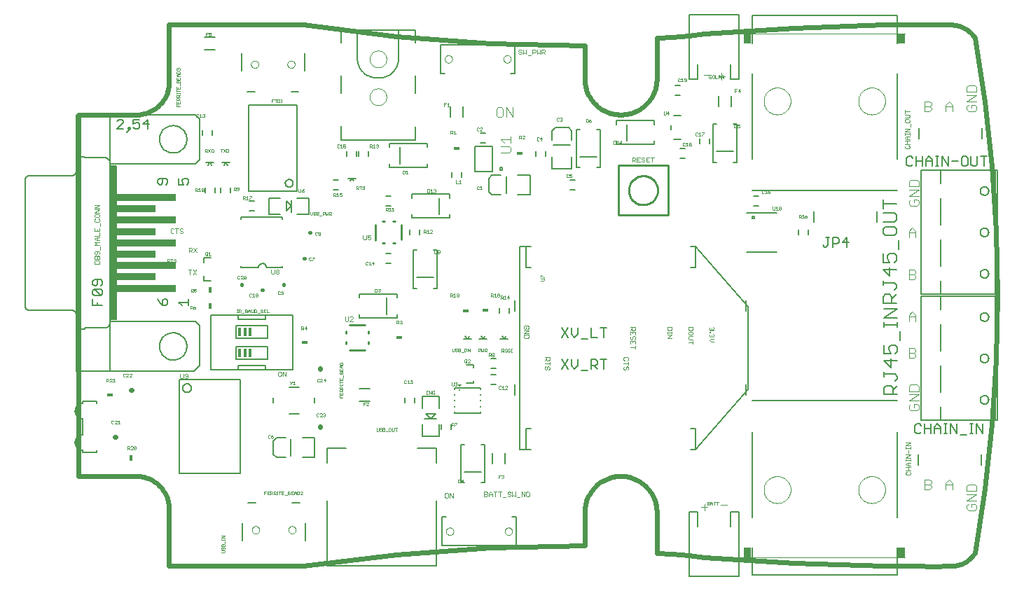
<source format=gto>
G75*
G70*
%OFA0B0*%
%FSLAX24Y24*%
%IPPOS*%
%LPD*%
%AMOC8*
5,1,8,0,0,1.08239X$1,22.5*
%
%ADD10C,0.0040*%
%ADD11C,0.0020*%
%ADD12C,0.0010*%
%ADD13C,0.0080*%
%ADD14C,0.0000*%
%ADD15C,0.0050*%
%ADD16C,0.0060*%
%ADD17C,0.0100*%
%ADD18R,0.0300X0.0180*%
%ADD19R,0.0300X0.7300*%
%ADD20R,0.0200X1.2200*%
%ADD21R,0.2850X0.0320*%
%ADD22R,0.1850X0.0320*%
%ADD23C,0.0160*%
%ADD24R,0.0160X0.0280*%
%ADD25C,0.0100*%
%ADD26C,0.0001*%
%ADD27C,0.0004*%
%ADD28R,0.0364X0.0450*%
%ADD29C,0.0220*%
%ADD30R,0.0180X0.0300*%
%ADD31R,0.0150X0.0400*%
%ADD32C,0.0240*%
D10*
X032306Y020916D02*
X032613Y020916D01*
X032460Y021069D02*
X032460Y020762D01*
X033231Y021014D02*
X033538Y021014D01*
X042200Y025597D02*
X042276Y025520D01*
X042583Y025520D01*
X042660Y025597D01*
X042660Y025750D01*
X042583Y025827D01*
X042430Y025827D01*
X042430Y025673D01*
X042276Y025827D02*
X042200Y025750D01*
X042200Y025597D01*
X042200Y025980D02*
X042660Y026287D01*
X042200Y026287D01*
X042200Y026441D02*
X042200Y026671D01*
X042276Y026748D01*
X042583Y026748D01*
X042660Y026671D01*
X042660Y026441D01*
X042200Y026441D01*
X042200Y025980D02*
X042660Y025980D01*
X042430Y028020D02*
X042200Y028020D01*
X042200Y028480D01*
X042430Y028480D01*
X042507Y028404D01*
X042507Y028327D01*
X042430Y028250D01*
X042200Y028250D01*
X042430Y028250D02*
X042507Y028173D01*
X042507Y028097D01*
X042430Y028020D01*
X042507Y029770D02*
X042507Y030077D01*
X042353Y030230D01*
X042200Y030077D01*
X042200Y029770D01*
X042200Y030000D02*
X042507Y030000D01*
X042430Y031770D02*
X042200Y031770D01*
X042200Y032230D01*
X042430Y032230D01*
X042507Y032154D01*
X042507Y032077D01*
X042430Y032000D01*
X042200Y032000D01*
X042430Y032000D02*
X042507Y031923D01*
X042507Y031847D01*
X042430Y031770D01*
X042507Y033770D02*
X042507Y034077D01*
X042353Y034230D01*
X042200Y034077D01*
X042200Y033770D01*
X042200Y034000D02*
X042507Y034000D01*
X042583Y035270D02*
X042276Y035270D01*
X042200Y035347D01*
X042200Y035500D01*
X042276Y035577D01*
X042430Y035577D02*
X042430Y035423D01*
X042430Y035577D02*
X042583Y035577D01*
X042660Y035500D01*
X042660Y035347D01*
X042583Y035270D01*
X042660Y035730D02*
X042200Y035730D01*
X042660Y036037D01*
X042200Y036037D01*
X042200Y036191D02*
X042200Y036421D01*
X042276Y036498D01*
X042583Y036498D01*
X042660Y036421D01*
X042660Y036191D01*
X042200Y036191D01*
X042950Y039770D02*
X043180Y039770D01*
X043257Y039847D01*
X043257Y039923D01*
X043180Y040000D01*
X042950Y040000D01*
X042950Y039770D02*
X042950Y040230D01*
X043180Y040230D01*
X043257Y040154D01*
X043257Y040077D01*
X043180Y040000D01*
X043950Y040000D02*
X044257Y040000D01*
X044257Y040077D02*
X044257Y039770D01*
X044257Y040077D02*
X044103Y040230D01*
X043950Y040077D01*
X043950Y039770D01*
X044950Y039847D02*
X045026Y039770D01*
X045333Y039770D01*
X045410Y039847D01*
X045410Y040000D01*
X045333Y040077D01*
X045180Y040077D01*
X045180Y039923D01*
X045026Y040077D02*
X044950Y040000D01*
X044950Y039847D01*
X044950Y040230D02*
X045410Y040537D01*
X044950Y040537D01*
X044950Y040691D02*
X044950Y040921D01*
X045026Y040998D01*
X045333Y040998D01*
X045410Y040921D01*
X045410Y040691D01*
X044950Y040691D01*
X044950Y040230D02*
X045410Y040230D01*
X033440Y041427D02*
X033133Y041427D01*
X033287Y041581D02*
X033287Y041274D01*
X032757Y041500D02*
X032450Y041500D01*
X023330Y039945D02*
X023330Y039485D01*
X023023Y039945D01*
X023023Y039485D01*
X022869Y039561D02*
X022869Y039868D01*
X022792Y039945D01*
X022639Y039945D01*
X022562Y039868D01*
X022562Y039561D01*
X022639Y039485D01*
X022792Y039485D01*
X022869Y039561D01*
X023237Y038567D02*
X023237Y038260D01*
X023237Y038414D02*
X022776Y038414D01*
X022930Y038260D01*
X022776Y038107D02*
X023160Y038107D01*
X023237Y038030D01*
X023237Y037877D01*
X023160Y037800D01*
X022776Y037800D01*
X042950Y022230D02*
X042950Y021770D01*
X043180Y021770D01*
X043257Y021847D01*
X043257Y021923D01*
X043180Y022000D01*
X042950Y022000D01*
X043180Y022000D02*
X043257Y022077D01*
X043257Y022154D01*
X043180Y022230D01*
X042950Y022230D01*
X043950Y022077D02*
X043950Y021770D01*
X043950Y022000D02*
X044257Y022000D01*
X044257Y022077D02*
X044257Y021770D01*
X044257Y022077D02*
X044103Y022230D01*
X043950Y022077D01*
X044950Y021921D02*
X044950Y021691D01*
X045410Y021691D01*
X045410Y021921D01*
X045333Y021998D01*
X045026Y021998D01*
X044950Y021921D01*
X044950Y021537D02*
X045410Y021537D01*
X044950Y021230D01*
X045410Y021230D01*
X045333Y021077D02*
X045410Y021000D01*
X045410Y020847D01*
X045333Y020770D01*
X045026Y020770D01*
X044950Y020847D01*
X044950Y021000D01*
X045026Y021077D01*
X045180Y021077D02*
X045180Y020923D01*
X045180Y021077D02*
X045333Y021077D01*
D11*
X042275Y022492D02*
X042275Y022565D01*
X042238Y022602D01*
X042275Y022676D02*
X042055Y022676D01*
X042092Y022602D02*
X042055Y022565D01*
X042055Y022492D01*
X042092Y022455D01*
X042238Y022455D01*
X042275Y022492D01*
X042165Y022676D02*
X042165Y022823D01*
X042165Y022897D02*
X042165Y023044D01*
X042128Y023044D02*
X042275Y023044D01*
X042275Y023118D02*
X042275Y023191D01*
X042275Y023155D02*
X042055Y023155D01*
X042055Y023191D02*
X042055Y023118D01*
X042128Y023044D02*
X042055Y022970D01*
X042128Y022897D01*
X042275Y022897D01*
X042275Y022823D02*
X042055Y022823D01*
X042055Y023265D02*
X042275Y023412D01*
X042055Y023412D01*
X042165Y023486D02*
X042165Y023633D01*
X042275Y023707D02*
X042275Y023781D01*
X042275Y023744D02*
X042055Y023744D01*
X042055Y023707D02*
X042055Y023781D01*
X042055Y023855D02*
X042275Y024001D01*
X042055Y024001D01*
X042055Y023855D02*
X042275Y023855D01*
X042275Y023265D02*
X042055Y023265D01*
X032910Y028791D02*
X032763Y028791D01*
X032690Y028864D01*
X032763Y028938D01*
X032910Y028938D01*
X032873Y029012D02*
X032837Y029012D01*
X032800Y029048D01*
X032763Y029012D01*
X032727Y029012D01*
X032690Y029048D01*
X032690Y029122D01*
X032727Y029159D01*
X032727Y029232D02*
X032690Y029232D01*
X032690Y029269D01*
X032727Y029269D01*
X032727Y029232D01*
X032727Y029343D02*
X032690Y029380D01*
X032690Y029453D01*
X032727Y029490D01*
X032800Y029417D02*
X032800Y029380D01*
X032763Y029343D01*
X032727Y029343D01*
X032800Y029380D02*
X032837Y029343D01*
X032873Y029343D01*
X032910Y029380D01*
X032910Y029453D01*
X032873Y029490D01*
X032873Y029159D02*
X032910Y029122D01*
X032910Y029048D01*
X032873Y029012D01*
X032800Y029048D02*
X032800Y029085D01*
X031910Y029048D02*
X031727Y029048D01*
X031690Y029011D01*
X031690Y028938D01*
X031727Y028901D01*
X031910Y028901D01*
X031910Y028827D02*
X031910Y028680D01*
X031910Y028754D02*
X031690Y028754D01*
X031727Y029122D02*
X031873Y029122D01*
X031910Y029159D01*
X031910Y029232D01*
X031873Y029269D01*
X031727Y029269D01*
X031690Y029232D01*
X031690Y029159D01*
X031727Y029122D01*
X031727Y029343D02*
X031873Y029343D01*
X031910Y029380D01*
X031910Y029490D01*
X031690Y029490D01*
X031690Y029380D01*
X031727Y029343D01*
X030910Y029380D02*
X030910Y029490D01*
X030690Y029490D01*
X030690Y029380D01*
X030727Y029343D01*
X030873Y029343D01*
X030910Y029380D01*
X030910Y029269D02*
X030910Y029196D01*
X030910Y029232D02*
X030690Y029232D01*
X030690Y029196D02*
X030690Y029269D01*
X030690Y029122D02*
X030910Y029122D01*
X030690Y028975D01*
X030910Y028975D01*
X029160Y029011D02*
X029123Y029048D01*
X029087Y029048D01*
X029050Y029011D01*
X029050Y028938D01*
X029013Y028901D01*
X028977Y028901D01*
X028940Y028938D01*
X028940Y029011D01*
X028977Y029048D01*
X028940Y029122D02*
X028940Y029269D01*
X029160Y029269D01*
X029160Y029122D01*
X029160Y029011D02*
X029160Y028938D01*
X029123Y028901D01*
X029160Y028827D02*
X028940Y028827D01*
X028940Y028680D01*
X029050Y028754D02*
X029050Y028827D01*
X029160Y028827D02*
X029160Y028680D01*
X029160Y028606D02*
X029160Y028459D01*
X029160Y028533D02*
X028940Y028533D01*
X028805Y028053D02*
X028658Y028053D01*
X028621Y028016D01*
X028621Y027943D01*
X028658Y027906D01*
X028805Y027906D02*
X028841Y027943D01*
X028841Y028016D01*
X028805Y028053D01*
X028841Y027832D02*
X028841Y027685D01*
X028841Y027759D02*
X028621Y027759D01*
X028658Y027611D02*
X028621Y027574D01*
X028621Y027501D01*
X028658Y027464D01*
X028694Y027464D01*
X028731Y027501D01*
X028731Y027574D01*
X028768Y027611D01*
X028805Y027611D01*
X028841Y027574D01*
X028841Y027501D01*
X028805Y027464D01*
X029050Y029196D02*
X029050Y029269D01*
X029050Y029343D02*
X029013Y029380D01*
X029013Y029490D01*
X028940Y029490D02*
X029160Y029490D01*
X029160Y029380D01*
X029123Y029343D01*
X029050Y029343D01*
X029013Y029417D02*
X028940Y029343D01*
X025091Y028053D02*
X025091Y027943D01*
X025055Y027906D01*
X024981Y027906D01*
X024944Y027943D01*
X024944Y028053D01*
X024871Y028053D02*
X025091Y028053D01*
X024944Y027980D02*
X024871Y027906D01*
X024871Y027759D02*
X025091Y027759D01*
X025091Y027832D02*
X025091Y027685D01*
X025055Y027611D02*
X025018Y027611D01*
X024981Y027574D01*
X024981Y027501D01*
X024944Y027464D01*
X024908Y027464D01*
X024871Y027501D01*
X024871Y027574D01*
X024908Y027611D01*
X025055Y027611D02*
X025091Y027574D01*
X025091Y027501D01*
X025055Y027464D01*
X024055Y028964D02*
X024091Y029001D01*
X024091Y029111D01*
X023871Y029111D01*
X023871Y029001D01*
X023908Y028964D01*
X024055Y028964D01*
X024091Y029185D02*
X023871Y029185D01*
X024091Y029332D01*
X023871Y029332D01*
X023908Y029406D02*
X023981Y029406D01*
X023981Y029480D01*
X023908Y029553D02*
X023871Y029516D01*
X023871Y029443D01*
X023908Y029406D01*
X024055Y029406D02*
X024091Y029443D01*
X024091Y029516D01*
X024055Y029553D01*
X023908Y029553D01*
X016578Y033687D02*
X016542Y033650D01*
X016468Y033650D01*
X016432Y033687D01*
X016432Y033760D02*
X016505Y033797D01*
X016542Y033797D01*
X016578Y033760D01*
X016578Y033687D01*
X016432Y033760D02*
X016432Y033870D01*
X016578Y033870D01*
X016357Y033870D02*
X016357Y033687D01*
X016321Y033650D01*
X016247Y033650D01*
X016211Y033687D01*
X016211Y033870D01*
X015690Y029984D02*
X015617Y029984D01*
X015580Y029947D01*
X015506Y029984D02*
X015506Y029801D01*
X015469Y029764D01*
X015396Y029764D01*
X015359Y029801D01*
X015359Y029984D01*
X015580Y029764D02*
X015727Y029911D01*
X015727Y029947D01*
X015690Y029984D01*
X015727Y029764D02*
X015580Y029764D01*
X012546Y027372D02*
X012546Y027152D01*
X012399Y027372D01*
X012399Y027152D01*
X012325Y027188D02*
X012325Y027335D01*
X012288Y027372D01*
X012215Y027372D01*
X012178Y027335D01*
X012178Y027188D01*
X012215Y027152D01*
X012288Y027152D01*
X012325Y027188D01*
X011732Y030179D02*
X011639Y030179D01*
X011639Y030319D01*
X011585Y030319D02*
X011492Y030319D01*
X011492Y030179D01*
X011585Y030179D01*
X011538Y030249D02*
X011492Y030249D01*
X011438Y030226D02*
X011438Y030202D01*
X011414Y030179D01*
X011368Y030179D01*
X011344Y030202D01*
X011368Y030249D02*
X011344Y030272D01*
X011344Y030296D01*
X011368Y030319D01*
X011414Y030319D01*
X011438Y030296D01*
X011414Y030249D02*
X011438Y030226D01*
X011414Y030249D02*
X011368Y030249D01*
X011290Y030156D02*
X011197Y030156D01*
X011143Y030202D02*
X011143Y030296D01*
X011120Y030319D01*
X011050Y030319D01*
X011050Y030179D01*
X011120Y030179D01*
X011143Y030202D01*
X010996Y030202D02*
X010996Y030319D01*
X010902Y030319D02*
X010902Y030202D01*
X010926Y030179D01*
X010972Y030179D01*
X010996Y030202D01*
X010848Y030179D02*
X010848Y030272D01*
X010802Y030319D01*
X010755Y030272D01*
X010755Y030179D01*
X010701Y030202D02*
X010678Y030179D01*
X010608Y030179D01*
X010608Y030319D01*
X010678Y030319D01*
X010701Y030296D01*
X010701Y030272D01*
X010678Y030249D01*
X010608Y030249D01*
X010678Y030249D02*
X010701Y030226D01*
X010701Y030202D01*
X010755Y030249D02*
X010848Y030249D01*
X010554Y030156D02*
X010460Y030156D01*
X010406Y030179D02*
X010360Y030226D01*
X010383Y030226D02*
X010313Y030226D01*
X010313Y030179D02*
X010313Y030319D01*
X010383Y030319D01*
X010406Y030296D01*
X010406Y030249D01*
X010383Y030226D01*
X010262Y030179D02*
X010215Y030179D01*
X010238Y030179D02*
X010238Y030319D01*
X010215Y030319D02*
X010262Y030319D01*
X011885Y032020D02*
X011848Y032057D01*
X011848Y032240D01*
X011995Y032240D02*
X011995Y032057D01*
X011958Y032020D01*
X011885Y032020D01*
X012069Y032057D02*
X012069Y032093D01*
X012106Y032130D01*
X012179Y032130D01*
X012216Y032093D01*
X012216Y032057D01*
X012179Y032020D01*
X012106Y032020D01*
X012069Y032057D01*
X012106Y032130D02*
X012069Y032167D01*
X012069Y032203D01*
X012106Y032240D01*
X012179Y032240D01*
X012216Y032203D01*
X012216Y032167D01*
X012179Y032130D01*
X008274Y032214D02*
X008128Y031994D01*
X008274Y031994D02*
X008128Y032214D01*
X008053Y032214D02*
X007907Y032214D01*
X007980Y032214D02*
X007980Y031994D01*
X007926Y033057D02*
X007926Y033277D01*
X008036Y033277D01*
X008073Y033241D01*
X008073Y033167D01*
X008036Y033131D01*
X007926Y033131D01*
X008000Y033131D02*
X008073Y033057D01*
X008147Y033057D02*
X008294Y033277D01*
X008147Y033277D02*
X008294Y033057D01*
X007612Y033963D02*
X007539Y033963D01*
X007502Y033999D01*
X007539Y034073D02*
X007612Y034073D01*
X007649Y034036D01*
X007649Y033999D01*
X007612Y033963D01*
X007539Y034073D02*
X007502Y034110D01*
X007502Y034146D01*
X007539Y034183D01*
X007612Y034183D01*
X007649Y034146D01*
X007428Y034183D02*
X007281Y034183D01*
X007354Y034183D02*
X007354Y033963D01*
X007207Y033999D02*
X007170Y033963D01*
X007097Y033963D01*
X007060Y033999D01*
X007060Y034146D01*
X007097Y034183D01*
X007170Y034183D01*
X007207Y034146D01*
X003707Y034278D02*
X003707Y034425D01*
X003633Y034499D02*
X003487Y034499D01*
X003450Y034536D01*
X003450Y034609D01*
X003487Y034646D01*
X003487Y034720D02*
X003633Y034720D01*
X003670Y034757D01*
X003670Y034830D01*
X003633Y034867D01*
X003487Y034867D01*
X003450Y034830D01*
X003450Y034757D01*
X003487Y034720D01*
X003633Y034646D02*
X003670Y034609D01*
X003670Y034536D01*
X003633Y034499D01*
X003670Y034204D02*
X003670Y034057D01*
X003450Y034057D01*
X003450Y034204D01*
X003560Y034130D02*
X003560Y034057D01*
X003670Y033983D02*
X003670Y033836D01*
X003450Y033836D01*
X003523Y033762D02*
X003670Y033762D01*
X003560Y033762D02*
X003560Y033615D01*
X003523Y033615D02*
X003450Y033688D01*
X003523Y033762D01*
X003523Y033615D02*
X003670Y033615D01*
X003670Y033541D02*
X003450Y033541D01*
X003523Y033467D01*
X003450Y033394D01*
X003670Y033394D01*
X003707Y033320D02*
X003707Y033173D01*
X003633Y033099D02*
X003487Y033099D01*
X003450Y033062D01*
X003450Y032989D01*
X003487Y032952D01*
X003523Y032952D01*
X003560Y032989D01*
X003560Y033099D01*
X003633Y033099D02*
X003670Y033062D01*
X003670Y032989D01*
X003633Y032952D01*
X003633Y032878D02*
X003670Y032841D01*
X003670Y032731D01*
X003450Y032731D01*
X003450Y032841D01*
X003487Y032878D01*
X003523Y032878D01*
X003560Y032841D01*
X003560Y032731D01*
X003633Y032657D02*
X003487Y032657D01*
X003450Y032620D01*
X003450Y032510D01*
X003670Y032510D01*
X003670Y032620D01*
X003633Y032657D01*
X003560Y032841D02*
X003597Y032878D01*
X003633Y032878D01*
X003670Y034941D02*
X003450Y034941D01*
X003670Y035088D01*
X003450Y035088D01*
X003450Y035162D02*
X003670Y035309D01*
X003450Y035309D01*
X003450Y035162D02*
X003670Y035162D01*
X007515Y027271D02*
X007515Y027087D01*
X007552Y027051D01*
X007625Y027051D01*
X007662Y027087D01*
X007662Y027271D01*
X007736Y027234D02*
X007736Y027197D01*
X007772Y027161D01*
X007883Y027161D01*
X007883Y027234D02*
X007883Y027087D01*
X007846Y027051D01*
X007772Y027051D01*
X007736Y027087D01*
X007736Y027234D02*
X007772Y027271D01*
X007846Y027271D01*
X007883Y027234D01*
X020122Y021556D02*
X020122Y021409D01*
X020159Y021372D01*
X020232Y021372D01*
X020269Y021409D01*
X020269Y021556D01*
X020232Y021593D01*
X020159Y021593D01*
X020122Y021556D01*
X020343Y021593D02*
X020490Y021372D01*
X020490Y021593D01*
X020343Y021593D02*
X020343Y021372D01*
X021988Y021426D02*
X022098Y021426D01*
X022135Y021462D01*
X022135Y021499D01*
X022098Y021536D01*
X021988Y021536D01*
X021988Y021646D02*
X022098Y021646D01*
X022135Y021609D01*
X022135Y021572D01*
X022098Y021536D01*
X022209Y021536D02*
X022356Y021536D01*
X022356Y021572D02*
X022356Y021426D01*
X022356Y021572D02*
X022282Y021646D01*
X022209Y021572D01*
X022209Y021426D01*
X021988Y021426D02*
X021988Y021646D01*
X022430Y021646D02*
X022577Y021646D01*
X022503Y021646D02*
X022503Y021426D01*
X022724Y021426D02*
X022724Y021646D01*
X022651Y021646D02*
X022798Y021646D01*
X022872Y021389D02*
X023019Y021389D01*
X023093Y021462D02*
X023130Y021426D01*
X023203Y021426D01*
X023240Y021462D01*
X023240Y021499D01*
X023203Y021536D01*
X023130Y021536D01*
X023093Y021572D01*
X023093Y021609D01*
X023130Y021646D01*
X023203Y021646D01*
X023240Y021609D01*
X023314Y021646D02*
X023314Y021426D01*
X023387Y021499D01*
X023461Y021426D01*
X023461Y021646D01*
X023535Y021389D02*
X023682Y021389D01*
X023756Y021426D02*
X023756Y021646D01*
X023903Y021426D01*
X023903Y021646D01*
X023977Y021609D02*
X023977Y021462D01*
X024014Y021426D01*
X024087Y021426D01*
X024124Y021462D01*
X024124Y021609D01*
X024087Y021646D01*
X024014Y021646D01*
X023977Y021609D01*
X029029Y037349D02*
X029029Y037569D01*
X029139Y037569D01*
X029175Y037532D01*
X029175Y037459D01*
X029139Y037422D01*
X029029Y037422D01*
X029102Y037422D02*
X029175Y037349D01*
X029250Y037349D02*
X029396Y037349D01*
X029471Y037385D02*
X029507Y037349D01*
X029581Y037349D01*
X029617Y037385D01*
X029617Y037422D01*
X029581Y037459D01*
X029507Y037459D01*
X029471Y037495D01*
X029471Y037532D01*
X029507Y037569D01*
X029581Y037569D01*
X029617Y037532D01*
X029692Y037569D02*
X029692Y037349D01*
X029838Y037349D01*
X029765Y037459D02*
X029692Y037459D01*
X029692Y037569D02*
X029838Y037569D01*
X029913Y037569D02*
X030059Y037569D01*
X029986Y037569D02*
X029986Y037349D01*
X029396Y037569D02*
X029250Y037569D01*
X029250Y037349D01*
X029250Y037459D02*
X029323Y037459D01*
X024869Y042480D02*
X024796Y042554D01*
X024832Y042554D02*
X024722Y042554D01*
X024722Y042480D02*
X024722Y042701D01*
X024832Y042701D01*
X024869Y042664D01*
X024869Y042591D01*
X024832Y042554D01*
X024648Y042480D02*
X024648Y042701D01*
X024501Y042701D02*
X024501Y042480D01*
X024575Y042554D01*
X024648Y042480D01*
X024427Y042591D02*
X024390Y042554D01*
X024280Y042554D01*
X024280Y042480D02*
X024280Y042701D01*
X024390Y042701D01*
X024427Y042664D01*
X024427Y042591D01*
X024206Y042444D02*
X024059Y042444D01*
X023985Y042480D02*
X023985Y042701D01*
X023838Y042701D02*
X023838Y042480D01*
X023912Y042554D01*
X023985Y042480D01*
X023764Y042517D02*
X023727Y042480D01*
X023654Y042480D01*
X023617Y042517D01*
X023654Y042591D02*
X023727Y042591D01*
X023764Y042554D01*
X023764Y042517D01*
X023654Y042591D02*
X023617Y042627D01*
X023617Y042664D01*
X023654Y042701D01*
X023727Y042701D01*
X023764Y042664D01*
X042005Y039821D02*
X042005Y039674D01*
X042005Y039748D02*
X042225Y039748D01*
X042188Y039600D02*
X042005Y039600D01*
X042005Y039453D02*
X042188Y039453D01*
X042225Y039490D01*
X042225Y039563D01*
X042188Y039600D01*
X042188Y039379D02*
X042042Y039379D01*
X042005Y039342D01*
X042005Y039269D01*
X042042Y039232D01*
X042188Y039232D01*
X042225Y039269D01*
X042225Y039342D01*
X042188Y039379D01*
X042262Y039158D02*
X042262Y039011D01*
X042225Y038937D02*
X042005Y038937D01*
X042005Y038790D02*
X042225Y038937D01*
X042225Y038790D02*
X042005Y038790D01*
X042005Y038716D02*
X042005Y038643D01*
X042005Y038680D02*
X042225Y038680D01*
X042225Y038716D02*
X042225Y038643D01*
X042225Y038569D02*
X042078Y038569D01*
X042005Y038495D01*
X042078Y038422D01*
X042225Y038422D01*
X042225Y038348D02*
X042005Y038348D01*
X042115Y038348D02*
X042115Y038201D01*
X042188Y038127D02*
X042225Y038090D01*
X042225Y038017D01*
X042188Y037980D01*
X042042Y037980D01*
X042005Y038017D01*
X042005Y038090D01*
X042042Y038127D01*
X042005Y038201D02*
X042225Y038201D01*
X042115Y038422D02*
X042115Y038569D01*
D12*
X037355Y034834D02*
X037304Y034809D01*
X037254Y034759D01*
X037330Y034759D01*
X037355Y034734D01*
X037355Y034709D01*
X037330Y034684D01*
X037279Y034684D01*
X037254Y034709D01*
X037254Y034759D01*
X037207Y034684D02*
X037107Y034684D01*
X037060Y034684D02*
X037010Y034734D01*
X037035Y034734D02*
X036960Y034734D01*
X036960Y034684D02*
X036960Y034834D01*
X037035Y034834D01*
X037060Y034809D01*
X037060Y034759D01*
X037035Y034734D01*
X037107Y034784D02*
X037157Y034834D01*
X037157Y034684D01*
X036111Y035089D02*
X036086Y035064D01*
X036036Y035064D01*
X036011Y035089D01*
X036111Y035189D01*
X036111Y035089D01*
X036011Y035089D02*
X036011Y035189D01*
X036036Y035214D01*
X036086Y035214D01*
X036111Y035189D01*
X035964Y035064D02*
X035864Y035064D01*
X035914Y035064D02*
X035914Y035214D01*
X035864Y035164D01*
X035817Y035214D02*
X035817Y035089D01*
X035792Y035064D01*
X035742Y035064D01*
X035716Y035089D01*
X035716Y035214D01*
X035564Y035865D02*
X035589Y035890D01*
X035589Y035915D01*
X035564Y035940D01*
X035489Y035940D01*
X035489Y035890D01*
X035514Y035865D01*
X035564Y035865D01*
X035489Y035940D02*
X035539Y035991D01*
X035589Y036016D01*
X035391Y036016D02*
X035391Y035865D01*
X035341Y035865D02*
X035441Y035865D01*
X035341Y035966D02*
X035391Y036016D01*
X035294Y035991D02*
X035269Y036016D01*
X035219Y036016D01*
X035194Y035991D01*
X035194Y035890D01*
X035219Y035865D01*
X035269Y035865D01*
X035294Y035890D01*
X032332Y038603D02*
X032332Y038628D01*
X032432Y038728D01*
X032432Y038753D01*
X032332Y038753D01*
X032234Y038753D02*
X032234Y038603D01*
X032184Y038603D02*
X032285Y038603D01*
X032184Y038703D02*
X032234Y038753D01*
X032137Y038728D02*
X032112Y038753D01*
X032062Y038753D01*
X032037Y038728D01*
X032037Y038628D01*
X032062Y038603D01*
X032112Y038603D01*
X032137Y038628D01*
X031800Y038269D02*
X031825Y038244D01*
X031825Y038219D01*
X031800Y038194D01*
X031750Y038194D01*
X031725Y038219D01*
X031725Y038244D01*
X031750Y038269D01*
X031800Y038269D01*
X031800Y038194D02*
X031825Y038169D01*
X031825Y038144D01*
X031800Y038119D01*
X031750Y038119D01*
X031725Y038144D01*
X031725Y038169D01*
X031750Y038194D01*
X031678Y038119D02*
X031578Y038119D01*
X031628Y038119D02*
X031628Y038269D01*
X031578Y038219D01*
X031530Y038244D02*
X031505Y038269D01*
X031455Y038269D01*
X031430Y038244D01*
X031430Y038144D01*
X031455Y038119D01*
X031505Y038119D01*
X031530Y038144D01*
X030750Y039597D02*
X030750Y039747D01*
X030675Y039672D01*
X030775Y039672D01*
X030628Y039622D02*
X030628Y039747D01*
X030528Y039747D02*
X030528Y039622D01*
X030553Y039597D01*
X030603Y039597D01*
X030628Y039622D01*
X031225Y041178D02*
X031275Y041178D01*
X031300Y041203D01*
X031347Y041178D02*
X031447Y041178D01*
X031397Y041178D02*
X031397Y041329D01*
X031347Y041279D01*
X031300Y041304D02*
X031275Y041329D01*
X031225Y041329D01*
X031200Y041304D01*
X031200Y041203D01*
X031225Y041178D01*
X031495Y041203D02*
X031520Y041178D01*
X031570Y041178D01*
X031595Y041203D01*
X031595Y041304D01*
X031570Y041329D01*
X031520Y041329D01*
X031495Y041304D01*
X031495Y041279D01*
X031520Y041253D01*
X031595Y041253D01*
X032685Y041355D02*
X032710Y041330D01*
X032760Y041330D01*
X032785Y041355D01*
X032785Y041380D01*
X032760Y041405D01*
X032710Y041405D01*
X032685Y041430D01*
X032685Y041455D01*
X032710Y041480D01*
X032760Y041480D01*
X032785Y041455D01*
X032832Y041455D02*
X032832Y041355D01*
X032857Y041330D01*
X032907Y041330D01*
X032932Y041355D01*
X032932Y041455D01*
X032907Y041480D01*
X032857Y041480D01*
X032832Y041455D01*
X032980Y041480D02*
X032980Y041330D01*
X033080Y041330D01*
X033127Y041330D02*
X033127Y041430D01*
X033177Y041480D01*
X033227Y041430D01*
X033227Y041330D01*
X033274Y041330D02*
X033274Y041480D01*
X033349Y041480D01*
X033374Y041455D01*
X033374Y041405D01*
X033349Y041380D01*
X033274Y041380D01*
X033324Y041380D02*
X033374Y041330D01*
X033227Y041405D02*
X033127Y041405D01*
X033918Y040811D02*
X034018Y040811D01*
X034065Y040736D02*
X034165Y040736D01*
X034140Y040811D02*
X034065Y040736D01*
X033968Y040736D02*
X033918Y040736D01*
X033918Y040661D02*
X033918Y040811D01*
X034140Y040811D02*
X034140Y040661D01*
X034133Y039130D02*
X034033Y039130D01*
X034033Y039055D01*
X034083Y039080D01*
X034108Y039080D01*
X034133Y039055D01*
X034133Y039005D01*
X034108Y038980D01*
X034058Y038980D01*
X034033Y039005D01*
X033985Y039005D02*
X033985Y039105D01*
X033960Y039130D01*
X033885Y039130D01*
X033885Y038980D01*
X033960Y038980D01*
X033985Y039005D01*
X028522Y038276D02*
X028422Y038276D01*
X028497Y038351D01*
X028497Y038201D01*
X028375Y038201D02*
X028275Y038201D01*
X028325Y038201D02*
X028325Y038351D01*
X028275Y038301D01*
X028227Y038326D02*
X028202Y038351D01*
X028127Y038351D01*
X028127Y038201D01*
X028202Y038201D01*
X028227Y038226D01*
X028227Y038326D01*
X027080Y039276D02*
X027080Y039301D01*
X027055Y039327D01*
X026980Y039327D01*
X026980Y039276D01*
X027005Y039251D01*
X027055Y039251D01*
X027080Y039276D01*
X027030Y039377D02*
X026980Y039327D01*
X026932Y039377D02*
X026932Y039276D01*
X026907Y039251D01*
X026832Y039251D01*
X026832Y039402D01*
X026907Y039402D01*
X026932Y039377D01*
X027030Y039377D02*
X027080Y039402D01*
X025682Y039399D02*
X025657Y039374D01*
X025682Y039349D01*
X025682Y039324D01*
X025657Y039299D01*
X025607Y039299D01*
X025582Y039324D01*
X025535Y039324D02*
X025510Y039299D01*
X025460Y039299D01*
X025435Y039324D01*
X025435Y039424D01*
X025460Y039449D01*
X025510Y039449D01*
X025535Y039424D01*
X025582Y039424D02*
X025607Y039449D01*
X025657Y039449D01*
X025682Y039424D01*
X025682Y039399D01*
X025657Y039374D02*
X025632Y039374D01*
X024720Y038525D02*
X024645Y038450D01*
X024745Y038450D01*
X024720Y038375D02*
X024720Y038525D01*
X024597Y038500D02*
X024572Y038525D01*
X024522Y038525D01*
X024497Y038500D01*
X024497Y038400D01*
X024522Y038375D01*
X024572Y038375D01*
X024597Y038400D01*
X023899Y038455D02*
X023799Y038455D01*
X023899Y038555D01*
X023899Y038580D01*
X023874Y038605D01*
X023824Y038605D01*
X023799Y038580D01*
X023752Y038580D02*
X023752Y038530D01*
X023727Y038505D01*
X023652Y038505D01*
X023702Y038505D02*
X023752Y038455D01*
X023652Y038455D02*
X023652Y038605D01*
X023727Y038605D01*
X023752Y038580D01*
X021882Y038830D02*
X021782Y038830D01*
X021882Y038930D01*
X021882Y038955D01*
X021857Y038980D01*
X021807Y038980D01*
X021782Y038955D01*
X021735Y038955D02*
X021710Y038980D01*
X021660Y038980D01*
X021635Y038955D01*
X021635Y038855D01*
X021660Y038830D01*
X021710Y038830D01*
X021735Y038855D01*
X020633Y038683D02*
X020533Y038683D01*
X020486Y038683D02*
X020436Y038733D01*
X020461Y038733D02*
X020386Y038733D01*
X020386Y038683D02*
X020386Y038833D01*
X020461Y038833D01*
X020486Y038808D01*
X020486Y038758D01*
X020461Y038733D01*
X020533Y038783D02*
X020583Y038833D01*
X020583Y038683D01*
X020332Y040005D02*
X020232Y040005D01*
X020282Y040005D02*
X020282Y040155D01*
X020232Y040105D01*
X020185Y040155D02*
X020085Y040155D01*
X020085Y040005D01*
X020085Y040080D02*
X020135Y040080D01*
X018295Y036942D02*
X018295Y036791D01*
X018245Y036791D02*
X018345Y036791D01*
X018245Y036892D02*
X018295Y036942D01*
X018198Y036917D02*
X018172Y036942D01*
X018097Y036942D01*
X018097Y036791D01*
X018172Y036791D01*
X018198Y036816D01*
X018198Y036917D01*
X019285Y036055D02*
X019285Y035905D01*
X019360Y035905D01*
X019385Y035930D01*
X019385Y036030D01*
X019360Y036055D01*
X019285Y036055D01*
X019432Y036005D02*
X019482Y036055D01*
X019482Y035905D01*
X019432Y035905D02*
X019532Y035905D01*
X019580Y035930D02*
X019605Y035905D01*
X019655Y035905D01*
X019680Y035930D01*
X019680Y035955D01*
X019655Y035980D01*
X019630Y035980D01*
X019655Y035980D02*
X019680Y036005D01*
X019680Y036030D01*
X019655Y036055D01*
X019605Y036055D01*
X019580Y036030D01*
X020635Y036330D02*
X020735Y036330D01*
X020782Y036330D02*
X020882Y036330D01*
X020832Y036330D02*
X020832Y036480D01*
X020782Y036430D01*
X020635Y036480D02*
X020635Y036330D01*
X021640Y036176D02*
X021640Y036076D01*
X021665Y036051D01*
X021715Y036051D01*
X021740Y036076D01*
X021788Y036051D02*
X021888Y036051D01*
X021838Y036051D02*
X021838Y036201D01*
X021788Y036151D01*
X021740Y036176D02*
X021715Y036201D01*
X021665Y036201D01*
X021640Y036176D01*
X019504Y034089D02*
X019479Y034114D01*
X019429Y034114D01*
X019404Y034089D01*
X019504Y034089D02*
X019504Y034064D01*
X019404Y033964D01*
X019504Y033964D01*
X019357Y033964D02*
X019257Y033964D01*
X019209Y033964D02*
X019159Y034014D01*
X019184Y034014D02*
X019109Y034014D01*
X019109Y033964D02*
X019109Y034114D01*
X019184Y034114D01*
X019209Y034089D01*
X019209Y034039D01*
X019184Y034014D01*
X019257Y034064D02*
X019307Y034114D01*
X019307Y033964D01*
X019610Y033148D02*
X019685Y033148D01*
X019710Y033123D01*
X019710Y033023D01*
X019685Y032998D01*
X019610Y032998D01*
X019610Y033148D01*
X019757Y033123D02*
X019757Y033098D01*
X019782Y033073D01*
X019857Y033073D01*
X019857Y033123D02*
X019832Y033148D01*
X019782Y033148D01*
X019757Y033123D01*
X019857Y033123D02*
X019857Y033023D01*
X019832Y032998D01*
X019782Y032998D01*
X019757Y033023D01*
X020371Y031079D02*
X020446Y031079D01*
X020471Y031054D01*
X020471Y031004D01*
X020446Y030979D01*
X020371Y030979D01*
X020421Y030979D02*
X020471Y030929D01*
X020518Y030929D02*
X020618Y030929D01*
X020568Y030929D02*
X020568Y031079D01*
X020518Y031029D01*
X020665Y031029D02*
X020690Y031004D01*
X020765Y031004D01*
X020765Y031054D02*
X020740Y031079D01*
X020690Y031079D01*
X020665Y031054D01*
X020665Y031029D01*
X020665Y030954D02*
X020690Y030929D01*
X020740Y030929D01*
X020765Y030954D01*
X020765Y031054D01*
X020371Y031079D02*
X020371Y030929D01*
X022310Y030943D02*
X022310Y031093D01*
X022385Y031093D01*
X022410Y031068D01*
X022410Y031018D01*
X022385Y030993D01*
X022310Y030993D01*
X022360Y030993D02*
X022410Y030943D01*
X022457Y030943D02*
X022557Y030943D01*
X022507Y030943D02*
X022507Y031093D01*
X022457Y031043D01*
X022604Y031043D02*
X022604Y031068D01*
X022629Y031093D01*
X022679Y031093D01*
X022704Y031068D01*
X022704Y031043D01*
X022679Y031018D01*
X022629Y031018D01*
X022604Y031043D01*
X022629Y031018D02*
X022604Y030993D01*
X022604Y030968D01*
X022629Y030943D01*
X022679Y030943D01*
X022704Y030968D01*
X022704Y030993D01*
X022679Y031018D01*
X022773Y030979D02*
X022848Y030979D01*
X022873Y030954D01*
X022873Y030904D01*
X022848Y030879D01*
X022773Y030879D01*
X022773Y030829D02*
X022773Y030979D01*
X022823Y030879D02*
X022873Y030829D01*
X022921Y030829D02*
X023021Y030829D01*
X022971Y030829D02*
X022971Y030979D01*
X022921Y030929D01*
X023068Y030904D02*
X023168Y030904D01*
X023143Y030829D02*
X023143Y030979D01*
X023068Y030904D01*
X024685Y031710D02*
X024810Y031710D01*
X024835Y031735D01*
X024835Y031785D01*
X024810Y031810D01*
X024685Y031810D01*
X024685Y031858D02*
X024685Y031958D01*
X024710Y031958D01*
X024810Y031858D01*
X024835Y031858D01*
X023311Y028452D02*
X023261Y028452D01*
X023286Y028452D02*
X023286Y028302D01*
X023261Y028302D02*
X023311Y028302D01*
X023214Y028327D02*
X023189Y028302D01*
X023139Y028302D01*
X023114Y028327D01*
X023067Y028327D02*
X023042Y028302D01*
X022992Y028302D01*
X022967Y028327D01*
X022919Y028302D02*
X022869Y028352D01*
X022894Y028352D02*
X022819Y028352D01*
X022819Y028302D02*
X022819Y028452D01*
X022894Y028452D01*
X022919Y028427D01*
X022919Y028377D01*
X022894Y028352D01*
X022967Y028402D02*
X022992Y028377D01*
X023042Y028377D01*
X023067Y028352D01*
X023067Y028327D01*
X023139Y028377D02*
X023189Y028377D01*
X023214Y028352D01*
X023214Y028327D01*
X023139Y028377D02*
X023114Y028402D01*
X023114Y028427D01*
X023139Y028452D01*
X023189Y028452D01*
X023214Y028427D01*
X023067Y028427D02*
X023042Y028452D01*
X022992Y028452D01*
X022967Y028427D01*
X022967Y028402D01*
X022452Y028222D02*
X022452Y028197D01*
X022427Y028172D01*
X022376Y028172D01*
X022351Y028197D01*
X022351Y028222D01*
X022376Y028247D01*
X022427Y028247D01*
X022452Y028222D01*
X022427Y028172D02*
X022452Y028147D01*
X022452Y028122D01*
X022427Y028097D01*
X022376Y028097D01*
X022351Y028122D01*
X022351Y028147D01*
X022376Y028172D01*
X022304Y028172D02*
X022279Y028147D01*
X022204Y028147D01*
X022254Y028147D02*
X022304Y028097D01*
X022304Y028172D02*
X022304Y028222D01*
X022279Y028247D01*
X022204Y028247D01*
X022204Y028097D01*
X022092Y028325D02*
X022042Y028375D01*
X022067Y028375D02*
X021992Y028375D01*
X021992Y028325D02*
X021992Y028475D01*
X022067Y028475D01*
X022092Y028450D01*
X022092Y028400D01*
X022067Y028375D01*
X021945Y028325D02*
X021945Y028475D01*
X021845Y028475D02*
X021845Y028325D01*
X021895Y028375D01*
X021945Y028325D01*
X021797Y028400D02*
X021772Y028375D01*
X021697Y028375D01*
X021697Y028325D02*
X021697Y028475D01*
X021772Y028475D01*
X021797Y028450D01*
X021797Y028400D01*
X021294Y028323D02*
X021294Y028473D01*
X021194Y028473D02*
X021294Y028323D01*
X021194Y028323D02*
X021194Y028473D01*
X021146Y028448D02*
X021121Y028473D01*
X021046Y028473D01*
X021046Y028323D01*
X021121Y028323D01*
X021146Y028348D01*
X021146Y028448D01*
X020999Y028298D02*
X020899Y028298D01*
X020852Y028348D02*
X020827Y028323D01*
X020752Y028323D01*
X020752Y028473D01*
X020827Y028473D01*
X020852Y028448D01*
X020852Y028423D01*
X020827Y028398D01*
X020752Y028398D01*
X020704Y028373D02*
X020704Y028348D01*
X020679Y028323D01*
X020629Y028323D01*
X020604Y028348D01*
X020557Y028348D02*
X020557Y028473D01*
X020604Y028448D02*
X020604Y028423D01*
X020629Y028398D01*
X020679Y028398D01*
X020704Y028373D01*
X020704Y028448D02*
X020679Y028473D01*
X020629Y028473D01*
X020604Y028448D01*
X020557Y028348D02*
X020532Y028323D01*
X020482Y028323D01*
X020457Y028348D01*
X020457Y028473D01*
X020827Y028398D02*
X020852Y028373D01*
X020852Y028348D01*
X021076Y027954D02*
X021126Y027954D01*
X021151Y027929D01*
X021151Y027828D01*
X021126Y027803D01*
X021076Y027803D01*
X021051Y027828D01*
X021051Y027929D01*
X021076Y027954D01*
X021101Y027853D02*
X021151Y027803D01*
X021198Y027803D02*
X021298Y027904D01*
X021298Y027929D01*
X021273Y027954D01*
X021223Y027954D01*
X021198Y027929D01*
X021198Y027803D02*
X021298Y027803D01*
X020659Y026854D02*
X020609Y026854D01*
X020584Y026829D01*
X020537Y026854D02*
X020537Y026729D01*
X020512Y026704D01*
X020462Y026704D01*
X020437Y026729D01*
X020437Y026854D01*
X020584Y026729D02*
X020609Y026704D01*
X020659Y026704D01*
X020684Y026729D01*
X020684Y026754D01*
X020659Y026779D01*
X020634Y026779D01*
X020659Y026779D02*
X020684Y026804D01*
X020684Y026829D01*
X020659Y026854D01*
X019621Y026422D02*
X019596Y026447D01*
X019546Y026447D01*
X019521Y026422D01*
X019521Y026322D01*
X019546Y026297D01*
X019596Y026297D01*
X019621Y026322D01*
X019621Y026372D01*
X019571Y026372D01*
X019474Y026372D02*
X019374Y026372D01*
X019327Y026322D02*
X019302Y026297D01*
X019252Y026297D01*
X019227Y026322D01*
X019227Y026422D01*
X019252Y026447D01*
X019302Y026447D01*
X019327Y026422D01*
X019374Y026447D02*
X019374Y026297D01*
X019474Y026297D02*
X019474Y026447D01*
X018573Y026812D02*
X018473Y026812D01*
X018426Y026812D02*
X018326Y026812D01*
X018376Y026812D02*
X018376Y026962D01*
X018326Y026912D01*
X018278Y026937D02*
X018253Y026962D01*
X018203Y026962D01*
X018178Y026937D01*
X018178Y026837D01*
X018203Y026812D01*
X018253Y026812D01*
X018278Y026837D01*
X018473Y026912D02*
X018523Y026962D01*
X018523Y026812D01*
X016488Y025878D02*
X016463Y025903D01*
X016413Y025903D01*
X016388Y025878D01*
X016340Y025903D02*
X016240Y025903D01*
X016240Y025752D01*
X016240Y025828D02*
X016290Y025828D01*
X016388Y025752D02*
X016488Y025853D01*
X016488Y025878D01*
X016488Y025752D02*
X016388Y025752D01*
X015249Y026125D02*
X015099Y026125D01*
X015099Y026226D01*
X015099Y026273D02*
X015249Y026273D01*
X015249Y026373D01*
X015249Y026420D02*
X015099Y026420D01*
X015099Y026495D01*
X015124Y026520D01*
X015174Y026520D01*
X015199Y026495D01*
X015199Y026420D01*
X015199Y026470D02*
X015249Y026520D01*
X015249Y026567D02*
X015099Y026567D01*
X015099Y026643D01*
X015124Y026668D01*
X015174Y026668D01*
X015199Y026643D01*
X015199Y026567D01*
X015199Y026617D02*
X015249Y026668D01*
X015249Y026715D02*
X015249Y026765D01*
X015249Y026740D02*
X015099Y026740D01*
X015099Y026715D02*
X015099Y026765D01*
X015099Y026813D02*
X015099Y026913D01*
X015099Y026960D02*
X015249Y026960D01*
X015249Y027060D01*
X015274Y027108D02*
X015274Y027208D01*
X015249Y027255D02*
X015249Y027330D01*
X015224Y027355D01*
X015199Y027355D01*
X015174Y027330D01*
X015174Y027255D01*
X015249Y027255D02*
X015099Y027255D01*
X015099Y027330D01*
X015124Y027355D01*
X015149Y027355D01*
X015174Y027330D01*
X015174Y027402D02*
X015174Y027452D01*
X015249Y027402D02*
X015249Y027502D01*
X015249Y027550D02*
X015149Y027550D01*
X015099Y027600D01*
X015149Y027650D01*
X015249Y027650D01*
X015249Y027697D02*
X015249Y027772D01*
X015224Y027797D01*
X015124Y027797D01*
X015099Y027772D01*
X015099Y027697D01*
X015249Y027697D01*
X015174Y027650D02*
X015174Y027550D01*
X015099Y027502D02*
X015099Y027402D01*
X015249Y027402D01*
X015099Y027060D02*
X015099Y026960D01*
X015174Y026960D02*
X015174Y027010D01*
X015249Y026863D02*
X015099Y026863D01*
X015099Y026373D02*
X015099Y026273D01*
X015174Y026273D02*
X015174Y026323D01*
X015174Y026176D02*
X015174Y026125D01*
X014402Y026880D02*
X014402Y027030D01*
X014327Y026955D01*
X014427Y026955D01*
X014279Y026980D02*
X014279Y027005D01*
X014254Y027030D01*
X014204Y027030D01*
X014179Y027005D01*
X014132Y027005D02*
X014107Y027030D01*
X014057Y027030D01*
X014032Y027005D01*
X014032Y026905D01*
X014057Y026880D01*
X014107Y026880D01*
X014132Y026905D01*
X014179Y026880D02*
X014279Y026980D01*
X014279Y026880D02*
X014179Y026880D01*
X012982Y026749D02*
X012882Y026749D01*
X012932Y026749D02*
X012932Y026899D01*
X012882Y026849D01*
X012835Y026874D02*
X012835Y026899D01*
X012835Y026874D02*
X012785Y026824D01*
X012785Y026749D01*
X012785Y026824D02*
X012735Y026874D01*
X012735Y026899D01*
X014037Y025382D02*
X014012Y025357D01*
X014012Y025257D01*
X014037Y025232D01*
X014087Y025232D01*
X014112Y025257D01*
X014159Y025232D02*
X014260Y025332D01*
X014260Y025357D01*
X014235Y025382D01*
X014185Y025382D01*
X014159Y025357D01*
X014112Y025357D02*
X014087Y025382D01*
X014037Y025382D01*
X014159Y025232D02*
X014260Y025232D01*
X014307Y025257D02*
X014332Y025232D01*
X014382Y025232D01*
X014407Y025257D01*
X014407Y025282D01*
X014382Y025307D01*
X014357Y025307D01*
X014382Y025307D02*
X014407Y025332D01*
X014407Y025357D01*
X014382Y025382D01*
X014332Y025382D01*
X014307Y025357D01*
X011947Y024353D02*
X011897Y024328D01*
X011847Y024278D01*
X011922Y024278D01*
X011947Y024253D01*
X011947Y024228D01*
X011922Y024203D01*
X011872Y024203D01*
X011847Y024228D01*
X011847Y024278D01*
X011799Y024328D02*
X011774Y024353D01*
X011724Y024353D01*
X011699Y024328D01*
X011699Y024228D01*
X011724Y024203D01*
X011774Y024203D01*
X011799Y024228D01*
X011811Y021668D02*
X011886Y021668D01*
X011911Y021643D01*
X011911Y021593D01*
X011886Y021568D01*
X011811Y021568D01*
X011861Y021568D02*
X011911Y021518D01*
X011958Y021518D02*
X011958Y021668D01*
X012033Y021668D01*
X012058Y021643D01*
X012058Y021593D01*
X012033Y021568D01*
X011958Y021568D01*
X012008Y021568D02*
X012058Y021518D01*
X012105Y021518D02*
X012155Y021518D01*
X012130Y021518D02*
X012130Y021668D01*
X012105Y021668D02*
X012155Y021668D01*
X012204Y021668D02*
X012304Y021668D01*
X012351Y021668D02*
X012351Y021518D01*
X012451Y021518D01*
X012498Y021493D02*
X012598Y021493D01*
X012646Y021518D02*
X012721Y021518D01*
X012746Y021543D01*
X012746Y021568D01*
X012721Y021593D01*
X012646Y021593D01*
X012721Y021593D02*
X012746Y021618D01*
X012746Y021643D01*
X012721Y021668D01*
X012646Y021668D01*
X012646Y021518D01*
X012793Y021518D02*
X012893Y021518D01*
X012940Y021518D02*
X012940Y021618D01*
X012990Y021668D01*
X013040Y021618D01*
X013040Y021518D01*
X013088Y021518D02*
X013163Y021518D01*
X013188Y021543D01*
X013188Y021643D01*
X013163Y021668D01*
X013088Y021668D01*
X013088Y021518D01*
X013040Y021593D02*
X012940Y021593D01*
X012893Y021668D02*
X012793Y021668D01*
X012793Y021518D01*
X012793Y021593D02*
X012843Y021593D01*
X013235Y021643D02*
X013260Y021668D01*
X013310Y021668D01*
X013335Y021643D01*
X013335Y021618D01*
X013235Y021518D01*
X013335Y021518D01*
X012451Y021668D02*
X012351Y021668D01*
X012351Y021593D02*
X012401Y021593D01*
X012254Y021518D02*
X012254Y021668D01*
X011811Y021668D02*
X011811Y021518D01*
X011764Y021518D02*
X011663Y021518D01*
X011663Y021668D01*
X011764Y021668D01*
X011713Y021593D02*
X011663Y021593D01*
X011616Y021668D02*
X011516Y021668D01*
X011516Y021518D01*
X011516Y021593D02*
X011566Y021593D01*
X009624Y019546D02*
X009474Y019546D01*
X009474Y019446D02*
X009624Y019546D01*
X009624Y019446D02*
X009474Y019446D01*
X009474Y019398D02*
X009474Y019348D01*
X009474Y019373D02*
X009624Y019373D01*
X009624Y019348D02*
X009624Y019398D01*
X009649Y019301D02*
X009649Y019201D01*
X009599Y019153D02*
X009624Y019128D01*
X009624Y019053D01*
X009474Y019053D01*
X009474Y019128D01*
X009499Y019153D01*
X009524Y019153D01*
X009549Y019128D01*
X009549Y019053D01*
X009574Y019006D02*
X009599Y019006D01*
X009624Y018981D01*
X009624Y018931D01*
X009599Y018906D01*
X009599Y018859D02*
X009474Y018859D01*
X009499Y018906D02*
X009524Y018906D01*
X009549Y018931D01*
X009549Y018981D01*
X009574Y019006D01*
X009499Y019006D02*
X009474Y018981D01*
X009474Y018931D01*
X009499Y018906D01*
X009599Y018859D02*
X009624Y018834D01*
X009624Y018784D01*
X009599Y018759D01*
X009474Y018759D01*
X009549Y019128D02*
X009574Y019153D01*
X009599Y019153D01*
X005382Y023673D02*
X005332Y023673D01*
X005307Y023698D01*
X005407Y023798D01*
X005407Y023698D01*
X005382Y023673D01*
X005307Y023698D02*
X005307Y023798D01*
X005332Y023823D01*
X005382Y023823D01*
X005407Y023798D01*
X005260Y023798D02*
X005235Y023823D01*
X005185Y023823D01*
X005159Y023798D01*
X005112Y023798D02*
X005112Y023748D01*
X005087Y023723D01*
X005012Y023723D01*
X005012Y023673D02*
X005012Y023823D01*
X005087Y023823D01*
X005112Y023798D01*
X005062Y023723D02*
X005112Y023673D01*
X005159Y023673D02*
X005260Y023773D01*
X005260Y023798D01*
X005260Y023673D02*
X005159Y023673D01*
X004641Y024890D02*
X004541Y024890D01*
X004494Y024890D02*
X004394Y024890D01*
X004494Y024990D01*
X004494Y025015D01*
X004469Y025040D01*
X004419Y025040D01*
X004394Y025015D01*
X004347Y025015D02*
X004321Y025040D01*
X004271Y025040D01*
X004246Y025015D01*
X004246Y024915D01*
X004271Y024890D01*
X004321Y024890D01*
X004347Y024915D01*
X004541Y024990D02*
X004591Y025040D01*
X004591Y024890D01*
X002874Y025895D02*
X002874Y025855D01*
X002873Y025856D02*
X002836Y025854D01*
X002800Y025847D01*
X002765Y025837D01*
X002730Y025824D01*
X002698Y025807D01*
X002667Y025786D01*
X002638Y025763D01*
X002613Y025737D01*
X002590Y025708D01*
X002570Y025677D01*
X002553Y025644D01*
X002540Y025610D01*
X002531Y025574D01*
X002525Y025538D01*
X002523Y025501D01*
X002525Y025464D01*
X002531Y025428D01*
X002540Y025392D01*
X002553Y025358D01*
X002570Y025325D01*
X002590Y025294D01*
X002613Y025265D01*
X002638Y025239D01*
X002667Y025216D01*
X002698Y025195D01*
X002730Y025178D01*
X002765Y025165D01*
X002800Y025155D01*
X002836Y025148D01*
X002873Y025146D01*
X002874Y025107D01*
X002873Y025106D01*
X002835Y025108D01*
X002797Y025114D01*
X002759Y025124D01*
X002723Y025138D01*
X002689Y025154D01*
X002656Y025174D01*
X002625Y025197D01*
X002597Y025223D01*
X002571Y025252D01*
X002549Y025283D01*
X002529Y025316D01*
X002513Y025351D01*
X002500Y025387D01*
X002490Y025425D01*
X002485Y025463D01*
X002483Y025501D01*
X002485Y025539D01*
X002490Y025577D01*
X002500Y025615D01*
X002513Y025651D01*
X002529Y025686D01*
X002549Y025719D01*
X002571Y025750D01*
X002597Y025779D01*
X002625Y025805D01*
X002656Y025828D01*
X002689Y025848D01*
X002723Y025864D01*
X002759Y025878D01*
X002797Y025888D01*
X002835Y025894D01*
X002873Y025896D01*
X002873Y025887D01*
X002834Y025885D01*
X002796Y025878D01*
X002759Y025868D01*
X002722Y025854D01*
X002688Y025837D01*
X002655Y025816D01*
X002624Y025792D01*
X002597Y025765D01*
X002571Y025736D01*
X002549Y025704D01*
X002531Y025670D01*
X002516Y025634D01*
X002504Y025597D01*
X002496Y025559D01*
X002492Y025520D01*
X002492Y025482D01*
X002496Y025443D01*
X002504Y025405D01*
X002516Y025368D01*
X002531Y025332D01*
X002549Y025298D01*
X002571Y025266D01*
X002597Y025237D01*
X002624Y025210D01*
X002655Y025186D01*
X002688Y025165D01*
X002722Y025148D01*
X002759Y025134D01*
X002796Y025124D01*
X002834Y025117D01*
X002873Y025115D01*
X002873Y025124D01*
X002835Y025126D01*
X002798Y025133D01*
X002761Y025143D01*
X002726Y025156D01*
X002692Y025173D01*
X002660Y025193D01*
X002630Y025217D01*
X002603Y025243D01*
X002579Y025272D01*
X002557Y025303D01*
X002539Y025336D01*
X002524Y025371D01*
X002513Y025407D01*
X002505Y025444D01*
X002501Y025482D01*
X002501Y025520D01*
X002505Y025558D01*
X002513Y025595D01*
X002524Y025631D01*
X002539Y025666D01*
X002557Y025699D01*
X002579Y025730D01*
X002603Y025759D01*
X002630Y025785D01*
X002660Y025809D01*
X002692Y025829D01*
X002726Y025846D01*
X002761Y025859D01*
X002798Y025869D01*
X002835Y025876D01*
X002873Y025878D01*
X002873Y025869D01*
X002836Y025867D01*
X002800Y025861D01*
X002764Y025851D01*
X002729Y025838D01*
X002696Y025821D01*
X002665Y025801D01*
X002636Y025778D01*
X002610Y025753D01*
X002586Y025725D01*
X002565Y025694D01*
X002547Y025662D01*
X002533Y025628D01*
X002522Y025592D01*
X002514Y025556D01*
X002510Y025519D01*
X002510Y025483D01*
X002514Y025446D01*
X002522Y025410D01*
X002533Y025374D01*
X002547Y025340D01*
X002565Y025308D01*
X002586Y025277D01*
X002610Y025249D01*
X002636Y025224D01*
X002665Y025201D01*
X002696Y025181D01*
X002729Y025164D01*
X002764Y025151D01*
X002800Y025141D01*
X002836Y025135D01*
X002873Y025133D01*
X002873Y025142D01*
X002836Y025144D01*
X002799Y025151D01*
X002763Y025161D01*
X002729Y025175D01*
X002696Y025192D01*
X002665Y025212D01*
X002636Y025236D01*
X002610Y025263D01*
X002586Y025292D01*
X002566Y025323D01*
X002549Y025356D01*
X002536Y025391D01*
X002527Y025427D01*
X002521Y025464D01*
X002519Y025501D01*
X002521Y025538D01*
X002527Y025575D01*
X002536Y025611D01*
X002549Y025646D01*
X002566Y025679D01*
X002586Y025710D01*
X002610Y025739D01*
X002636Y025766D01*
X002665Y025790D01*
X002696Y025810D01*
X002729Y025827D01*
X002763Y025841D01*
X002799Y025851D01*
X002836Y025858D01*
X002873Y025860D01*
X004014Y026880D02*
X004014Y027030D01*
X004089Y027030D01*
X004114Y027005D01*
X004114Y026955D01*
X004089Y026930D01*
X004014Y026930D01*
X004064Y026930D02*
X004114Y026880D01*
X004161Y026880D02*
X004262Y026980D01*
X004262Y027005D01*
X004237Y027030D01*
X004186Y027030D01*
X004161Y027005D01*
X004161Y026880D02*
X004262Y026880D01*
X004309Y026880D02*
X004409Y026880D01*
X004359Y026880D02*
X004359Y027030D01*
X004309Y026980D01*
X004806Y027145D02*
X004806Y027245D01*
X004831Y027270D01*
X004881Y027270D01*
X004906Y027245D01*
X004953Y027245D02*
X004978Y027270D01*
X005028Y027270D01*
X005053Y027245D01*
X005053Y027220D01*
X004953Y027120D01*
X005053Y027120D01*
X005100Y027120D02*
X005200Y027220D01*
X005200Y027245D01*
X005175Y027270D01*
X005125Y027270D01*
X005100Y027245D01*
X005100Y027120D02*
X005200Y027120D01*
X004906Y027145D02*
X004881Y027120D01*
X004831Y027120D01*
X004806Y027145D01*
X002874Y024407D02*
X002874Y024367D01*
X002873Y024368D02*
X002836Y024366D01*
X002800Y024359D01*
X002765Y024349D01*
X002730Y024336D01*
X002698Y024319D01*
X002667Y024298D01*
X002638Y024275D01*
X002613Y024249D01*
X002590Y024220D01*
X002570Y024189D01*
X002553Y024156D01*
X002540Y024122D01*
X002531Y024086D01*
X002525Y024050D01*
X002523Y024013D01*
X002525Y023976D01*
X002531Y023940D01*
X002540Y023904D01*
X002553Y023870D01*
X002570Y023837D01*
X002590Y023806D01*
X002613Y023777D01*
X002638Y023751D01*
X002667Y023728D01*
X002698Y023707D01*
X002730Y023690D01*
X002765Y023677D01*
X002800Y023667D01*
X002836Y023660D01*
X002873Y023658D01*
X002874Y023619D01*
X002873Y023618D01*
X002835Y023620D01*
X002797Y023626D01*
X002759Y023636D01*
X002723Y023650D01*
X002689Y023666D01*
X002656Y023686D01*
X002625Y023709D01*
X002597Y023735D01*
X002571Y023764D01*
X002549Y023795D01*
X002529Y023828D01*
X002513Y023863D01*
X002500Y023899D01*
X002490Y023937D01*
X002485Y023975D01*
X002483Y024013D01*
X002485Y024051D01*
X002490Y024089D01*
X002500Y024127D01*
X002513Y024163D01*
X002529Y024198D01*
X002549Y024231D01*
X002571Y024262D01*
X002597Y024291D01*
X002625Y024317D01*
X002656Y024340D01*
X002689Y024360D01*
X002723Y024376D01*
X002759Y024390D01*
X002797Y024400D01*
X002835Y024406D01*
X002873Y024408D01*
X002873Y024399D01*
X002834Y024397D01*
X002796Y024390D01*
X002759Y024380D01*
X002722Y024366D01*
X002688Y024349D01*
X002655Y024328D01*
X002624Y024304D01*
X002597Y024277D01*
X002571Y024248D01*
X002549Y024216D01*
X002531Y024182D01*
X002516Y024146D01*
X002504Y024109D01*
X002496Y024071D01*
X002492Y024032D01*
X002492Y023994D01*
X002496Y023955D01*
X002504Y023917D01*
X002516Y023880D01*
X002531Y023844D01*
X002549Y023810D01*
X002571Y023778D01*
X002597Y023749D01*
X002624Y023722D01*
X002655Y023698D01*
X002688Y023677D01*
X002722Y023660D01*
X002759Y023646D01*
X002796Y023636D01*
X002834Y023629D01*
X002873Y023627D01*
X002873Y023636D01*
X002835Y023638D01*
X002798Y023645D01*
X002761Y023655D01*
X002726Y023668D01*
X002692Y023685D01*
X002660Y023705D01*
X002630Y023729D01*
X002603Y023755D01*
X002579Y023784D01*
X002557Y023815D01*
X002539Y023848D01*
X002524Y023883D01*
X002513Y023919D01*
X002505Y023956D01*
X002501Y023994D01*
X002501Y024032D01*
X002505Y024070D01*
X002513Y024107D01*
X002524Y024143D01*
X002539Y024178D01*
X002557Y024211D01*
X002579Y024242D01*
X002603Y024271D01*
X002630Y024297D01*
X002660Y024321D01*
X002692Y024341D01*
X002726Y024358D01*
X002761Y024371D01*
X002798Y024381D01*
X002835Y024388D01*
X002873Y024390D01*
X002873Y024381D01*
X002836Y024379D01*
X002800Y024373D01*
X002764Y024363D01*
X002729Y024350D01*
X002696Y024333D01*
X002665Y024313D01*
X002636Y024290D01*
X002610Y024265D01*
X002586Y024237D01*
X002565Y024206D01*
X002547Y024174D01*
X002533Y024140D01*
X002522Y024104D01*
X002514Y024068D01*
X002510Y024031D01*
X002510Y023995D01*
X002514Y023958D01*
X002522Y023922D01*
X002533Y023886D01*
X002547Y023852D01*
X002565Y023820D01*
X002586Y023789D01*
X002610Y023761D01*
X002636Y023736D01*
X002665Y023713D01*
X002696Y023693D01*
X002729Y023676D01*
X002764Y023663D01*
X002800Y023653D01*
X002836Y023647D01*
X002873Y023645D01*
X002873Y023654D01*
X002836Y023656D01*
X002799Y023663D01*
X002763Y023673D01*
X002729Y023687D01*
X002696Y023704D01*
X002665Y023724D01*
X002636Y023748D01*
X002610Y023775D01*
X002586Y023804D01*
X002566Y023835D01*
X002549Y023868D01*
X002536Y023903D01*
X002527Y023939D01*
X002521Y023976D01*
X002519Y024013D01*
X002521Y024050D01*
X002527Y024087D01*
X002536Y024123D01*
X002549Y024158D01*
X002566Y024191D01*
X002586Y024222D01*
X002610Y024251D01*
X002636Y024278D01*
X002665Y024302D01*
X002696Y024322D01*
X002729Y024339D01*
X002763Y024353D01*
X002799Y024363D01*
X002836Y024370D01*
X002873Y024372D01*
X008006Y030346D02*
X008006Y030496D01*
X008081Y030496D01*
X008106Y030471D01*
X008106Y030421D01*
X008081Y030396D01*
X008006Y030396D01*
X008056Y030396D02*
X008106Y030346D01*
X008153Y030371D02*
X008178Y030346D01*
X008228Y030346D01*
X008254Y030371D01*
X008254Y030396D01*
X008228Y030421D01*
X008153Y030421D01*
X008153Y030371D01*
X008153Y030421D02*
X008203Y030471D01*
X008254Y030496D01*
X008248Y031155D02*
X008198Y031155D01*
X008173Y031180D01*
X008173Y031230D02*
X008223Y031255D01*
X008248Y031255D01*
X008273Y031230D01*
X008273Y031180D01*
X008248Y031155D01*
X008173Y031230D02*
X008173Y031305D01*
X008273Y031305D01*
X008126Y031280D02*
X008126Y031230D01*
X008101Y031205D01*
X008026Y031205D01*
X008076Y031205D02*
X008126Y031155D01*
X008026Y031155D02*
X008026Y031305D01*
X008101Y031305D01*
X008126Y031280D01*
X007275Y032584D02*
X007225Y032584D01*
X007200Y032609D01*
X007225Y032659D02*
X007200Y032684D01*
X007200Y032709D01*
X007225Y032734D01*
X007275Y032734D01*
X007300Y032709D01*
X007275Y032659D02*
X007300Y032634D01*
X007300Y032609D01*
X007275Y032584D01*
X007275Y032659D02*
X007225Y032659D01*
X007153Y032734D02*
X007053Y032734D01*
X007103Y032734D02*
X007103Y032584D01*
X007006Y032584D02*
X006956Y032634D01*
X006981Y032634D02*
X006905Y032634D01*
X006905Y032584D02*
X006905Y032734D01*
X006981Y032734D01*
X007006Y032709D01*
X007006Y032659D01*
X006981Y032634D01*
X008715Y032920D02*
X008740Y032895D01*
X008790Y032895D01*
X008815Y032920D01*
X008815Y033020D01*
X008790Y033045D01*
X008740Y033045D01*
X008715Y033020D01*
X008715Y032920D01*
X008765Y032945D02*
X008815Y032895D01*
X008863Y032895D02*
X008963Y032895D01*
X008913Y032895D02*
X008913Y033045D01*
X008863Y032995D01*
X010242Y031905D02*
X010242Y031805D01*
X010268Y031780D01*
X010318Y031780D01*
X010343Y031805D01*
X010390Y031780D02*
X010490Y031880D01*
X010490Y031905D01*
X010465Y031930D01*
X010415Y031930D01*
X010390Y031905D01*
X010343Y031905D02*
X010318Y031930D01*
X010268Y031930D01*
X010242Y031905D01*
X010390Y031780D02*
X010490Y031780D01*
X010537Y031805D02*
X010637Y031905D01*
X010637Y031805D01*
X010612Y031780D01*
X010562Y031780D01*
X010537Y031805D01*
X010537Y031905D01*
X010562Y031930D01*
X010612Y031930D01*
X010637Y031905D01*
X010830Y031086D02*
X010805Y031061D01*
X010805Y030961D01*
X010830Y030936D01*
X010881Y030936D01*
X010906Y030961D01*
X010953Y030936D02*
X011053Y030936D01*
X011003Y030936D02*
X011003Y031086D01*
X010953Y031036D01*
X010906Y031061D02*
X010881Y031086D01*
X010830Y031086D01*
X011100Y031061D02*
X011125Y031086D01*
X011175Y031086D01*
X011200Y031061D01*
X011100Y030961D01*
X011125Y030936D01*
X011175Y030936D01*
X011200Y030961D01*
X011200Y031061D01*
X011100Y031061D02*
X011100Y030961D01*
X012156Y031075D02*
X012181Y031050D01*
X012231Y031050D01*
X012256Y031075D01*
X012303Y031075D02*
X012328Y031050D01*
X012378Y031050D01*
X012403Y031075D01*
X012403Y031175D01*
X012378Y031200D01*
X012328Y031200D01*
X012303Y031175D01*
X012303Y031150D01*
X012328Y031125D01*
X012403Y031125D01*
X012256Y031175D02*
X012231Y031200D01*
X012181Y031200D01*
X012156Y031175D01*
X012156Y031075D01*
X013278Y029516D02*
X013353Y029516D01*
X013378Y029491D01*
X013378Y029441D01*
X013353Y029416D01*
X013278Y029416D01*
X013328Y029416D02*
X013378Y029366D01*
X013425Y029441D02*
X013525Y029441D01*
X013500Y029516D02*
X013425Y029441D01*
X013500Y029366D02*
X013500Y029516D01*
X013278Y029516D02*
X013278Y029366D01*
X016373Y032447D02*
X016423Y032447D01*
X016448Y032472D01*
X016495Y032447D02*
X016596Y032447D01*
X016546Y032447D02*
X016546Y032597D01*
X016495Y032547D01*
X016448Y032572D02*
X016423Y032597D01*
X016373Y032597D01*
X016348Y032572D01*
X016348Y032472D01*
X016373Y032447D01*
X016643Y032522D02*
X016718Y032597D01*
X016718Y032447D01*
X016743Y032522D02*
X016643Y032522D01*
X016785Y031305D02*
X016860Y031305D01*
X016885Y031280D01*
X016885Y031180D01*
X016860Y031155D01*
X016785Y031155D01*
X016785Y031305D01*
X016932Y031280D02*
X016957Y031305D01*
X017007Y031305D01*
X017032Y031280D01*
X017032Y031255D01*
X017007Y031230D01*
X017032Y031205D01*
X017032Y031180D01*
X017007Y031155D01*
X016957Y031155D01*
X016932Y031180D01*
X016982Y031230D02*
X017007Y031230D01*
X017819Y029796D02*
X017894Y029796D01*
X017919Y029771D01*
X017919Y029721D01*
X017894Y029696D01*
X017819Y029696D01*
X017869Y029696D02*
X017919Y029646D01*
X017967Y029671D02*
X017992Y029646D01*
X018042Y029646D01*
X018067Y029671D01*
X018067Y029696D01*
X018042Y029721D01*
X018017Y029721D01*
X018042Y029721D02*
X018067Y029746D01*
X018067Y029771D01*
X018042Y029796D01*
X017992Y029796D01*
X017967Y029771D01*
X017819Y029796D02*
X017819Y029646D01*
X013895Y032784D02*
X013795Y032684D01*
X013795Y032659D01*
X013748Y032684D02*
X013723Y032659D01*
X013673Y032659D01*
X013648Y032684D01*
X013648Y032784D01*
X013673Y032809D01*
X013723Y032809D01*
X013748Y032784D01*
X013795Y032809D02*
X013895Y032809D01*
X013895Y032784D01*
X013958Y033853D02*
X014008Y033853D01*
X014033Y033878D01*
X014081Y033878D02*
X014081Y033904D01*
X014106Y033929D01*
X014156Y033929D01*
X014181Y033904D01*
X014181Y033878D01*
X014156Y033853D01*
X014106Y033853D01*
X014081Y033878D01*
X014106Y033929D02*
X014081Y033954D01*
X014081Y033979D01*
X014106Y034004D01*
X014156Y034004D01*
X014181Y033979D01*
X014181Y033954D01*
X014156Y033929D01*
X014033Y033979D02*
X014008Y034004D01*
X013958Y034004D01*
X013933Y033979D01*
X013933Y033878D01*
X013958Y033853D01*
X014155Y034796D02*
X014255Y034796D01*
X014302Y034821D02*
X014302Y034971D01*
X014377Y034971D01*
X014402Y034946D01*
X014402Y034896D01*
X014377Y034871D01*
X014302Y034871D01*
X014450Y034821D02*
X014500Y034871D01*
X014550Y034821D01*
X014550Y034971D01*
X014597Y034971D02*
X014672Y034971D01*
X014697Y034946D01*
X014697Y034896D01*
X014672Y034871D01*
X014597Y034871D01*
X014647Y034871D02*
X014697Y034821D01*
X014597Y034821D02*
X014597Y034971D01*
X014450Y034971D02*
X014450Y034821D01*
X014108Y034846D02*
X014083Y034821D01*
X014008Y034821D01*
X014008Y034971D01*
X014083Y034971D01*
X014108Y034946D01*
X014108Y034921D01*
X014083Y034896D01*
X014008Y034896D01*
X013960Y034871D02*
X013960Y034846D01*
X013935Y034821D01*
X013885Y034821D01*
X013860Y034846D01*
X013813Y034846D02*
X013813Y034971D01*
X013860Y034946D02*
X013860Y034921D01*
X013885Y034896D01*
X013935Y034896D01*
X013960Y034871D01*
X013960Y034946D02*
X013935Y034971D01*
X013885Y034971D01*
X013860Y034946D01*
X013813Y034846D02*
X013788Y034821D01*
X013738Y034821D01*
X013713Y034846D01*
X013713Y034971D01*
X014083Y034896D02*
X014108Y034871D01*
X014108Y034846D01*
X014798Y035714D02*
X014798Y035864D01*
X014873Y035864D01*
X014898Y035839D01*
X014898Y035789D01*
X014873Y035764D01*
X014798Y035764D01*
X014848Y035764D02*
X014898Y035714D01*
X014946Y035714D02*
X015046Y035714D01*
X014996Y035714D02*
X014996Y035864D01*
X014946Y035814D01*
X015093Y035789D02*
X015143Y035814D01*
X015168Y035814D01*
X015193Y035789D01*
X015193Y035739D01*
X015168Y035714D01*
X015118Y035714D01*
X015093Y035739D01*
X015093Y035789D02*
X015093Y035864D01*
X015193Y035864D01*
X015892Y036050D02*
X015892Y036200D01*
X015967Y036200D01*
X015992Y036175D01*
X015992Y036125D01*
X015967Y036100D01*
X015892Y036100D01*
X015942Y036100D02*
X015992Y036050D01*
X016090Y036050D02*
X016090Y036200D01*
X016040Y036200D02*
X016140Y036200D01*
X016187Y036175D02*
X016187Y036150D01*
X016212Y036125D01*
X016262Y036125D01*
X016287Y036100D01*
X016287Y036075D01*
X016262Y036050D01*
X016212Y036050D01*
X016187Y036075D01*
X016187Y036175D02*
X016212Y036200D01*
X016262Y036200D01*
X016287Y036175D01*
X017293Y035170D02*
X017368Y035170D01*
X017393Y035145D01*
X017393Y035095D01*
X017368Y035070D01*
X017293Y035070D01*
X017293Y035020D02*
X017293Y035170D01*
X017343Y035070D02*
X017393Y035020D01*
X017440Y035020D02*
X017540Y035020D01*
X017588Y035020D02*
X017688Y035020D01*
X017638Y035020D02*
X017638Y035170D01*
X017588Y035120D01*
X017490Y035170D02*
X017490Y035020D01*
X017440Y035120D02*
X017490Y035170D01*
X016910Y038039D02*
X016860Y038039D01*
X016835Y038064D01*
X016788Y038039D02*
X016688Y038039D01*
X016641Y038039D02*
X016591Y038089D01*
X016616Y038089D02*
X016541Y038089D01*
X016541Y038039D02*
X016541Y038189D01*
X016616Y038189D01*
X016641Y038164D01*
X016641Y038114D01*
X016616Y038089D01*
X016688Y038139D02*
X016738Y038189D01*
X016738Y038039D01*
X016835Y038164D02*
X016860Y038189D01*
X016910Y038189D01*
X016935Y038164D01*
X016935Y038139D01*
X016910Y038114D01*
X016935Y038089D01*
X016935Y038064D01*
X016910Y038039D01*
X016910Y038114D02*
X016885Y038114D01*
X015386Y038106D02*
X015386Y038056D01*
X015361Y038031D01*
X015311Y038031D01*
X015286Y038056D01*
X015286Y038106D02*
X015336Y038131D01*
X015361Y038131D01*
X015386Y038106D01*
X015386Y038181D02*
X015286Y038181D01*
X015286Y038106D01*
X015239Y038031D02*
X015139Y038031D01*
X015189Y038031D02*
X015189Y038181D01*
X015139Y038131D01*
X015091Y038156D02*
X015066Y038181D01*
X015016Y038181D01*
X014991Y038156D01*
X014991Y038056D01*
X015016Y038031D01*
X015066Y038031D01*
X015091Y038056D01*
X013398Y036064D02*
X013348Y036039D01*
X013298Y035989D01*
X013373Y035989D01*
X013398Y035964D01*
X013398Y035939D01*
X013373Y035914D01*
X013323Y035914D01*
X013298Y035939D01*
X013298Y035989D01*
X013250Y035939D02*
X013250Y036064D01*
X013150Y036064D02*
X013150Y035939D01*
X013175Y035914D01*
X013225Y035914D01*
X013250Y035939D01*
X010892Y035727D02*
X010892Y035702D01*
X010792Y035602D01*
X010792Y035577D01*
X010745Y035577D02*
X010645Y035577D01*
X010598Y035577D02*
X010548Y035627D01*
X010573Y035627D02*
X010498Y035627D01*
X010498Y035577D02*
X010498Y035727D01*
X010573Y035727D01*
X010598Y035702D01*
X010598Y035652D01*
X010573Y035627D01*
X010645Y035677D02*
X010695Y035727D01*
X010695Y035577D01*
X010792Y035727D02*
X010892Y035727D01*
X010310Y036013D02*
X010310Y036113D01*
X010285Y036138D01*
X010235Y036138D01*
X010209Y036113D01*
X010209Y036088D01*
X010235Y036063D01*
X010310Y036063D01*
X010310Y036013D02*
X010285Y035987D01*
X010235Y035987D01*
X010209Y036013D01*
X010162Y035987D02*
X010112Y036038D01*
X010137Y036038D02*
X010062Y036038D01*
X010062Y035987D02*
X010062Y036138D01*
X010137Y036138D01*
X010162Y036113D01*
X010162Y036063D01*
X010137Y036038D01*
X008626Y036071D02*
X008526Y035971D01*
X008551Y035946D01*
X008601Y035946D01*
X008626Y035971D01*
X008626Y036071D01*
X008601Y036096D01*
X008551Y036096D01*
X008526Y036071D01*
X008526Y035971D01*
X008479Y035946D02*
X008379Y035946D01*
X008332Y035946D02*
X008281Y035996D01*
X008307Y035996D02*
X008231Y035996D01*
X008231Y035946D02*
X008231Y036096D01*
X008307Y036096D01*
X008332Y036071D01*
X008332Y036021D01*
X008307Y035996D01*
X008379Y036046D02*
X008429Y036096D01*
X008429Y035946D01*
X008699Y037814D02*
X008699Y037964D01*
X008774Y037964D01*
X008799Y037939D01*
X008799Y037889D01*
X008774Y037864D01*
X008699Y037864D01*
X008749Y037864D02*
X008799Y037814D01*
X008847Y037814D02*
X008947Y037964D01*
X008994Y037964D02*
X009069Y037964D01*
X009094Y037939D01*
X009094Y037839D01*
X009069Y037814D01*
X008994Y037814D01*
X008994Y037964D01*
X008847Y037964D02*
X008947Y037814D01*
X009428Y037966D02*
X009528Y037966D01*
X009575Y037966D02*
X009675Y037816D01*
X009722Y037816D02*
X009797Y037816D01*
X009822Y037841D01*
X009822Y037941D01*
X009797Y037966D01*
X009722Y037966D01*
X009722Y037816D01*
X009575Y037816D02*
X009675Y037966D01*
X009478Y037966D02*
X009478Y037816D01*
X008658Y039484D02*
X008608Y039484D01*
X008583Y039509D01*
X008536Y039484D02*
X008436Y039484D01*
X008486Y039484D02*
X008486Y039634D01*
X008436Y039584D01*
X008389Y039609D02*
X008364Y039634D01*
X008314Y039634D01*
X008289Y039609D01*
X008289Y039509D01*
X008314Y039484D01*
X008364Y039484D01*
X008389Y039509D01*
X008583Y039609D02*
X008608Y039634D01*
X008658Y039634D01*
X008683Y039609D01*
X008683Y039584D01*
X008658Y039559D01*
X008683Y039534D01*
X008683Y039509D01*
X008658Y039484D01*
X008658Y039559D02*
X008633Y039559D01*
X007491Y039997D02*
X007341Y039997D01*
X007341Y040097D01*
X007341Y040144D02*
X007491Y040144D01*
X007491Y040244D01*
X007491Y040291D02*
X007341Y040291D01*
X007341Y040366D01*
X007366Y040391D01*
X007416Y040391D01*
X007441Y040366D01*
X007441Y040291D01*
X007441Y040341D02*
X007491Y040391D01*
X007491Y040439D02*
X007341Y040439D01*
X007341Y040514D01*
X007366Y040539D01*
X007416Y040539D01*
X007441Y040514D01*
X007441Y040439D01*
X007441Y040489D02*
X007491Y040539D01*
X007491Y040586D02*
X007491Y040636D01*
X007491Y040611D02*
X007341Y040611D01*
X007341Y040586D02*
X007341Y040636D01*
X007341Y040684D02*
X007341Y040784D01*
X007341Y040832D02*
X007491Y040832D01*
X007491Y040932D01*
X007516Y040979D02*
X007516Y041079D01*
X007491Y041126D02*
X007491Y041201D01*
X007466Y041226D01*
X007441Y041226D01*
X007416Y041201D01*
X007416Y041126D01*
X007341Y041126D02*
X007341Y041201D01*
X007366Y041226D01*
X007391Y041226D01*
X007416Y041201D01*
X007416Y041274D02*
X007416Y041324D01*
X007341Y041374D02*
X007341Y041274D01*
X007491Y041274D01*
X007491Y041374D01*
X007491Y041421D02*
X007391Y041421D01*
X007341Y041471D01*
X007391Y041521D01*
X007491Y041521D01*
X007491Y041568D02*
X007491Y041643D01*
X007466Y041668D01*
X007366Y041668D01*
X007341Y041643D01*
X007341Y041568D01*
X007491Y041568D01*
X007416Y041521D02*
X007416Y041421D01*
X007366Y041716D02*
X007341Y041741D01*
X007341Y041791D01*
X007366Y041816D01*
X007391Y041816D01*
X007416Y041791D01*
X007441Y041816D01*
X007466Y041816D01*
X007491Y041791D01*
X007491Y041741D01*
X007466Y041716D01*
X007416Y041766D02*
X007416Y041791D01*
X007491Y041126D02*
X007341Y041126D01*
X007341Y040932D02*
X007341Y040832D01*
X007416Y040832D02*
X007416Y040882D01*
X007491Y040734D02*
X007341Y040734D01*
X007341Y040244D02*
X007341Y040144D01*
X007416Y040144D02*
X007416Y040194D01*
X007416Y040047D02*
X007416Y039997D01*
X008740Y043345D02*
X008740Y043495D01*
X008840Y043495D01*
X008888Y043495D02*
X008888Y043420D01*
X008938Y043445D01*
X008963Y043445D01*
X008988Y043420D01*
X008988Y043370D01*
X008963Y043345D01*
X008913Y043345D01*
X008888Y043370D01*
X008790Y043420D02*
X008740Y043420D01*
X008888Y043495D02*
X008988Y043495D01*
X011858Y040334D02*
X011958Y040334D01*
X012006Y040334D02*
X012106Y040334D01*
X012153Y040334D02*
X012228Y040334D01*
X012253Y040309D01*
X012253Y040209D01*
X012228Y040184D01*
X012153Y040184D01*
X012153Y040334D01*
X012056Y040334D02*
X012056Y040184D01*
X011908Y040259D02*
X011858Y040259D01*
X011858Y040184D02*
X011858Y040334D01*
X012300Y040334D02*
X012350Y040334D01*
X012325Y040334D02*
X012325Y040184D01*
X012300Y040184D02*
X012350Y040184D01*
X025895Y036742D02*
X025895Y036641D01*
X025920Y036616D01*
X025970Y036616D01*
X025995Y036641D01*
X026042Y036641D02*
X026067Y036616D01*
X026117Y036616D01*
X026142Y036641D01*
X026142Y036692D01*
X026117Y036717D01*
X026092Y036717D01*
X026042Y036692D01*
X026042Y036767D01*
X026142Y036767D01*
X025995Y036742D02*
X025970Y036767D01*
X025920Y036767D01*
X025895Y036742D01*
X023056Y026693D02*
X023006Y026693D01*
X022981Y026668D01*
X023056Y026693D02*
X023081Y026668D01*
X023081Y026643D01*
X022981Y026543D01*
X023081Y026543D01*
X022934Y026543D02*
X022834Y026543D01*
X022884Y026543D02*
X022884Y026693D01*
X022834Y026643D01*
X022786Y026668D02*
X022761Y026693D01*
X022711Y026693D01*
X022686Y026668D01*
X022686Y026568D01*
X022711Y026543D01*
X022761Y026543D01*
X022786Y026568D01*
X020688Y024931D02*
X020688Y024906D01*
X020587Y024806D01*
X020587Y024781D01*
X020540Y024781D02*
X020490Y024831D01*
X020515Y024831D02*
X020440Y024831D01*
X020440Y024781D02*
X020440Y024931D01*
X020515Y024931D01*
X020540Y024906D01*
X020540Y024856D01*
X020515Y024831D01*
X020587Y024931D02*
X020688Y024931D01*
X022662Y022443D02*
X022762Y022443D01*
X022809Y022418D02*
X022834Y022443D01*
X022884Y022443D01*
X022909Y022418D01*
X022909Y022392D01*
X022884Y022367D01*
X022909Y022342D01*
X022909Y022317D01*
X022884Y022292D01*
X022834Y022292D01*
X022809Y022317D01*
X022859Y022367D02*
X022884Y022367D01*
X022712Y022367D02*
X022662Y022367D01*
X022662Y022292D02*
X022662Y022443D01*
X020987Y022164D02*
X020886Y022164D01*
X020962Y022239D01*
X020962Y022089D01*
X020839Y022114D02*
X020839Y022214D01*
X020814Y022239D01*
X020739Y022239D01*
X020739Y022089D01*
X020814Y022089D01*
X020839Y022114D01*
X017790Y024544D02*
X017790Y024694D01*
X017740Y024694D02*
X017840Y024694D01*
X017693Y024694D02*
X017693Y024569D01*
X017668Y024544D01*
X017618Y024544D01*
X017593Y024569D01*
X017593Y024694D01*
X017546Y024669D02*
X017521Y024694D01*
X017471Y024694D01*
X017446Y024669D01*
X017446Y024569D01*
X017471Y024544D01*
X017521Y024544D01*
X017546Y024569D01*
X017546Y024669D01*
X017398Y024519D02*
X017298Y024519D01*
X017251Y024569D02*
X017226Y024544D01*
X017151Y024544D01*
X017151Y024694D01*
X017226Y024694D01*
X017251Y024669D01*
X017251Y024644D01*
X017226Y024619D01*
X017151Y024619D01*
X017104Y024594D02*
X017104Y024569D01*
X017079Y024544D01*
X017029Y024544D01*
X017004Y024569D01*
X016956Y024569D02*
X016956Y024694D01*
X017004Y024669D02*
X017004Y024644D01*
X017029Y024619D01*
X017079Y024619D01*
X017104Y024594D01*
X017104Y024669D02*
X017079Y024694D01*
X017029Y024694D01*
X017004Y024669D01*
X016956Y024569D02*
X016931Y024544D01*
X016881Y024544D01*
X016856Y024569D01*
X016856Y024694D01*
X017226Y024619D02*
X017251Y024594D01*
X017251Y024569D01*
X032596Y021170D02*
X032671Y021170D01*
X032696Y021145D01*
X032696Y021120D01*
X032671Y021095D01*
X032596Y021095D01*
X032671Y021095D02*
X032696Y021070D01*
X032696Y021045D01*
X032671Y021020D01*
X032596Y021020D01*
X032596Y021170D01*
X032743Y021120D02*
X032793Y021170D01*
X032843Y021120D01*
X032843Y021020D01*
X032843Y021095D02*
X032743Y021095D01*
X032743Y021120D02*
X032743Y021020D01*
X032940Y021020D02*
X032940Y021170D01*
X032890Y021170D02*
X032990Y021170D01*
X033038Y021170D02*
X033138Y021170D01*
X033088Y021170D02*
X033088Y021020D01*
D13*
X033717Y020709D02*
X034111Y020709D01*
X034111Y017638D01*
X031749Y017638D01*
X031749Y020709D01*
X032143Y020709D01*
X032143Y020000D01*
X033717Y020000D02*
X033717Y020709D01*
X034724Y020436D02*
X034724Y024509D01*
X034724Y026009D02*
X041636Y026009D01*
X041636Y024509D02*
X041636Y020436D01*
X041636Y019009D02*
X041636Y017686D01*
X034724Y017686D01*
X034724Y019009D01*
X032046Y023677D02*
X031790Y023677D01*
X032046Y023677D02*
X032046Y024661D01*
X031790Y024661D01*
X032046Y023677D02*
X034546Y026531D01*
X034546Y030469D01*
X032046Y033323D01*
X031790Y033323D01*
X032046Y033323D02*
X032046Y032339D01*
X031790Y032339D01*
X034430Y030750D02*
X034430Y030250D01*
X034430Y026750D02*
X034430Y026250D01*
X042655Y023425D02*
X042655Y022925D01*
X045655Y022925D02*
X045655Y023425D01*
X040680Y034500D02*
X040680Y035000D01*
X041636Y035991D02*
X034724Y035991D01*
X034001Y037344D02*
X033824Y037344D01*
X034001Y037344D02*
X034001Y039156D01*
X033824Y039156D01*
X033036Y039156D02*
X032859Y039156D01*
X032859Y037344D01*
X033036Y037344D01*
X033036Y037856D02*
X033824Y037856D01*
X034724Y037491D02*
X034724Y041564D01*
X034111Y041291D02*
X033717Y041291D01*
X033717Y042000D01*
X034111Y041291D02*
X034111Y044362D01*
X031749Y044362D01*
X031749Y041291D01*
X032143Y041291D01*
X032143Y042000D01*
X033130Y040500D02*
X033130Y040000D01*
X033730Y040000D02*
X033730Y040500D01*
X031349Y039560D02*
X031011Y039560D01*
X030861Y039106D02*
X030861Y038894D01*
X031011Y038440D02*
X031349Y038440D01*
X030086Y038356D02*
X030086Y038179D01*
X028274Y038179D01*
X028274Y038356D01*
X028786Y038356D02*
X028786Y039144D01*
X028274Y039144D02*
X028274Y039321D01*
X030086Y039321D01*
X030086Y039144D01*
X027501Y038906D02*
X027501Y037094D01*
X027324Y037094D01*
X027324Y037606D02*
X026536Y037606D01*
X026152Y037606D02*
X026152Y037016D01*
X025208Y037016D01*
X025208Y037606D01*
X025208Y038394D02*
X025208Y038827D01*
X025365Y038984D01*
X025995Y038984D01*
X026152Y038827D01*
X026152Y038394D01*
X026359Y038906D02*
X026536Y038906D01*
X026359Y038906D02*
X026359Y037094D01*
X026536Y037094D01*
X027324Y038906D02*
X027501Y038906D01*
X024164Y036722D02*
X024164Y035778D01*
X023574Y035778D01*
X022786Y035778D02*
X022353Y035778D01*
X022196Y035935D01*
X022196Y036565D01*
X022353Y036722D01*
X022786Y036722D01*
X023574Y036722D02*
X024164Y036722D01*
X020980Y039500D02*
X020980Y040000D01*
X020380Y040000D02*
X020380Y039500D01*
X019278Y038226D02*
X019278Y038049D01*
X019278Y038226D02*
X017467Y038226D01*
X017467Y038049D01*
X017979Y038049D02*
X017979Y037262D01*
X017467Y037262D02*
X017467Y037085D01*
X019278Y037085D01*
X019278Y037262D01*
X018702Y038392D02*
X018702Y039022D01*
X018702Y038392D02*
X015158Y038392D01*
X015158Y039061D01*
X015158Y040636D02*
X015158Y041463D01*
X015946Y042250D02*
X015946Y043628D01*
X015158Y043628D01*
X015158Y043037D01*
X015946Y043628D02*
X017914Y043628D01*
X017914Y042250D01*
X017910Y042191D01*
X017901Y042132D01*
X017889Y042074D01*
X017874Y042017D01*
X017855Y041961D01*
X017832Y041906D01*
X017806Y041853D01*
X017777Y041801D01*
X017745Y041752D01*
X017709Y041704D01*
X017671Y041659D01*
X017630Y041616D01*
X017586Y041576D01*
X017540Y041539D01*
X017492Y041505D01*
X017441Y041474D01*
X017389Y041446D01*
X017335Y041422D01*
X017280Y041401D01*
X017223Y041383D01*
X017165Y041369D01*
X017107Y041359D01*
X017048Y041352D01*
X016989Y041349D01*
X016930Y041350D01*
X016871Y041349D01*
X016812Y041352D01*
X016753Y041359D01*
X016695Y041369D01*
X016637Y041383D01*
X016580Y041401D01*
X016525Y041422D01*
X016471Y041446D01*
X016419Y041474D01*
X016368Y041505D01*
X016320Y041539D01*
X016274Y041576D01*
X016230Y041616D01*
X016189Y041659D01*
X016151Y041704D01*
X016115Y041752D01*
X016083Y041801D01*
X016054Y041853D01*
X016028Y041906D01*
X016005Y041961D01*
X015986Y042017D01*
X015971Y042074D01*
X015959Y042132D01*
X015950Y042191D01*
X015946Y042250D01*
X017914Y043628D02*
X018702Y043628D01*
X018702Y043037D01*
X019908Y042939D02*
X023452Y042939D01*
X023452Y041561D01*
X023255Y041561D01*
X020105Y041561D02*
X019908Y041561D01*
X019908Y042939D01*
X018702Y041463D02*
X018702Y040636D01*
X015861Y036567D02*
X015680Y036567D01*
X015772Y036445D01*
X015680Y036567D02*
X015499Y036567D01*
X015594Y036445D02*
X015670Y036561D01*
X013625Y035644D02*
X013625Y034856D01*
X013074Y034856D01*
X012798Y034974D02*
X012798Y035250D01*
X012562Y035014D01*
X012562Y035486D01*
X012798Y035250D01*
X012798Y035526D01*
X013074Y035644D02*
X013625Y035644D01*
X012286Y035644D02*
X011735Y035644D01*
X011735Y034856D01*
X012286Y034856D01*
X012375Y034720D02*
X010406Y034720D01*
X010406Y034642D01*
X012375Y034642D02*
X012375Y034720D01*
X012375Y032398D02*
X012375Y032319D01*
X011627Y032319D01*
X011625Y032346D01*
X011620Y032372D01*
X011611Y032397D01*
X011598Y032421D01*
X011583Y032443D01*
X011564Y032463D01*
X011544Y032480D01*
X011521Y032494D01*
X011496Y032505D01*
X011470Y032512D01*
X011443Y032516D01*
X011417Y032516D01*
X011390Y032512D01*
X011364Y032505D01*
X011339Y032494D01*
X011316Y032480D01*
X011296Y032463D01*
X011277Y032443D01*
X011262Y032421D01*
X011249Y032397D01*
X011240Y032372D01*
X011235Y032346D01*
X011233Y032319D01*
X010406Y032319D01*
X010406Y032398D01*
X008969Y032801D02*
X008654Y032801D01*
X008654Y032565D01*
X008654Y031935D02*
X008654Y031699D01*
X008969Y031699D01*
X008980Y030050D02*
X010280Y030050D01*
X011580Y030050D01*
X011580Y029850D01*
X010280Y029850D01*
X010280Y030050D01*
X010180Y029550D02*
X010180Y028950D01*
X011680Y028950D01*
X011680Y029550D01*
X010180Y029550D01*
X010180Y028550D02*
X010180Y027950D01*
X011680Y027950D01*
X011680Y028550D01*
X010180Y028550D01*
X010280Y027650D02*
X010280Y027450D01*
X011580Y027450D01*
X012880Y027450D01*
X012880Y030050D01*
X011580Y030050D01*
X011580Y027650D02*
X010280Y027650D01*
X010280Y027450D02*
X008980Y027450D01*
X008980Y030050D01*
X011580Y027650D02*
X011580Y027450D01*
X012694Y026630D02*
X013166Y026630D01*
X013914Y026118D02*
X013914Y025882D01*
X013166Y025370D02*
X012694Y025370D01*
X011946Y025882D02*
X011946Y026118D01*
X012103Y024222D02*
X011946Y024065D01*
X011946Y023435D01*
X012103Y023278D01*
X012536Y023278D01*
X013324Y023278D02*
X013914Y023278D01*
X013914Y024222D01*
X013324Y024222D01*
X012536Y024222D02*
X012103Y024222D01*
X014501Y023739D02*
X014501Y023039D01*
X014501Y023739D02*
X015401Y023739D01*
X016023Y025950D02*
X016523Y025950D01*
X016523Y026550D02*
X016023Y026550D01*
X019036Y026195D02*
X019036Y025644D01*
X019194Y025368D02*
X019430Y025132D01*
X019666Y025368D01*
X019194Y025368D01*
X019154Y025132D02*
X019430Y025132D01*
X019706Y025132D01*
X019824Y024856D02*
X019824Y024305D01*
X019036Y024305D01*
X019036Y024856D01*
X019824Y025644D02*
X019824Y026195D01*
X019036Y026195D01*
X021141Y026817D02*
X021456Y026817D01*
X021456Y026935D01*
X021456Y027565D02*
X021456Y027683D01*
X021141Y027683D01*
X021180Y028933D02*
X021088Y029055D01*
X020999Y028933D02*
X021180Y028933D01*
X021361Y028933D01*
X021266Y029055D02*
X021190Y028939D01*
X021749Y028933D02*
X021930Y028933D01*
X021838Y029055D01*
X021930Y028933D02*
X022111Y028933D01*
X022016Y029055D02*
X021940Y028939D01*
X022749Y028933D02*
X022930Y028933D01*
X022838Y029055D01*
X022930Y028933D02*
X023111Y028933D01*
X023016Y029055D02*
X022940Y028939D01*
X023430Y030250D02*
X023430Y030750D01*
X023975Y032339D02*
X024192Y032339D01*
X023975Y032339D02*
X023975Y033323D01*
X024192Y033323D01*
X023975Y033323D02*
X023680Y033323D01*
X023680Y023677D01*
X023975Y023677D01*
X024192Y023677D01*
X023975Y023677D02*
X023975Y024661D01*
X024192Y024661D01*
X022980Y023500D02*
X022980Y023000D01*
X022380Y023000D02*
X022380Y023500D01*
X022001Y023906D02*
X022001Y022094D01*
X021824Y022094D01*
X021824Y022606D02*
X021036Y022606D01*
X021036Y022094D02*
X020859Y022094D01*
X020859Y023906D01*
X021036Y023906D01*
X021824Y023906D02*
X022001Y023906D01*
X019701Y023739D02*
X019701Y023039D01*
X019701Y023739D02*
X018801Y023739D01*
X019701Y021239D02*
X019701Y018139D01*
X014501Y018139D01*
X014501Y021239D01*
X013465Y020154D02*
X013465Y019327D01*
X013190Y021138D02*
X012836Y021138D01*
X011103Y021138D02*
X010749Y021138D01*
X010473Y020154D02*
X010473Y019327D01*
X019973Y019081D02*
X019973Y020459D01*
X020170Y020459D01*
X019973Y019081D02*
X023517Y019081D01*
X023517Y020459D01*
X023320Y020459D01*
X023430Y026250D02*
X023430Y026750D01*
X019751Y031344D02*
X019574Y031344D01*
X019751Y031344D02*
X019751Y033156D01*
X019574Y033156D01*
X018786Y033156D02*
X018609Y033156D01*
X018609Y031344D01*
X018786Y031344D01*
X018786Y031856D02*
X019574Y031856D01*
X017836Y031071D02*
X017836Y030894D01*
X017836Y031071D02*
X016024Y031071D01*
X016024Y030894D01*
X016024Y030106D02*
X016024Y029929D01*
X017836Y029929D01*
X017836Y030106D01*
X017324Y030106D02*
X017324Y030894D01*
X018524Y034679D02*
X018524Y034856D01*
X018524Y034679D02*
X020336Y034679D01*
X020336Y034856D01*
X019824Y034856D02*
X019824Y035644D01*
X020336Y035644D02*
X020336Y035821D01*
X018524Y035821D01*
X018524Y035644D01*
X013150Y040701D02*
X012796Y040701D01*
X013426Y041685D02*
X013426Y042512D01*
X011064Y040701D02*
X010710Y040701D01*
X010434Y041685D02*
X010434Y042512D01*
X009180Y042700D02*
X008680Y042700D01*
X008680Y043300D02*
X009180Y043300D01*
X009111Y037317D02*
X008930Y037317D01*
X009022Y037195D01*
X008930Y037317D02*
X008749Y037317D01*
X008844Y037195D02*
X008920Y037311D01*
X009499Y037317D02*
X009680Y037317D01*
X009772Y037195D01*
X009861Y037317D02*
X009680Y037317D01*
X009670Y037311D02*
X009594Y037195D01*
X034733Y034710D02*
X034735Y034725D01*
X034741Y034738D01*
X034750Y034750D01*
X034761Y034759D01*
X034775Y034765D01*
X034790Y034767D01*
X034805Y034765D01*
X034818Y034759D01*
X034830Y034750D01*
X034839Y034739D01*
X034845Y034725D01*
X034847Y034710D01*
X034845Y034695D01*
X034839Y034682D01*
X034830Y034670D01*
X034819Y034661D01*
X034805Y034655D01*
X034790Y034653D01*
X034775Y034655D01*
X034762Y034661D01*
X034750Y034670D01*
X034741Y034681D01*
X034735Y034695D01*
X034733Y034710D01*
X037680Y034500D02*
X037680Y035000D01*
X041636Y037491D02*
X041636Y041564D01*
X041636Y042991D02*
X041636Y044314D01*
X034724Y044314D01*
X034724Y042991D01*
X042680Y038975D02*
X042680Y038475D01*
X045680Y038475D02*
X045680Y038975D01*
D14*
X039790Y040250D02*
X039792Y040300D01*
X039798Y040350D01*
X039808Y040399D01*
X039821Y040448D01*
X039839Y040495D01*
X039860Y040541D01*
X039884Y040584D01*
X039912Y040626D01*
X039943Y040666D01*
X039977Y040703D01*
X040014Y040737D01*
X040054Y040768D01*
X040096Y040796D01*
X040139Y040820D01*
X040185Y040841D01*
X040232Y040859D01*
X040281Y040872D01*
X040330Y040882D01*
X040380Y040888D01*
X040430Y040890D01*
X040480Y040888D01*
X040530Y040882D01*
X040579Y040872D01*
X040628Y040859D01*
X040675Y040841D01*
X040721Y040820D01*
X040764Y040796D01*
X040806Y040768D01*
X040846Y040737D01*
X040883Y040703D01*
X040917Y040666D01*
X040948Y040626D01*
X040976Y040584D01*
X041000Y040541D01*
X041021Y040495D01*
X041039Y040448D01*
X041052Y040399D01*
X041062Y040350D01*
X041068Y040300D01*
X041070Y040250D01*
X041068Y040200D01*
X041062Y040150D01*
X041052Y040101D01*
X041039Y040052D01*
X041021Y040005D01*
X041000Y039959D01*
X040976Y039916D01*
X040948Y039874D01*
X040917Y039834D01*
X040883Y039797D01*
X040846Y039763D01*
X040806Y039732D01*
X040764Y039704D01*
X040721Y039680D01*
X040675Y039659D01*
X040628Y039641D01*
X040579Y039628D01*
X040530Y039618D01*
X040480Y039612D01*
X040430Y039610D01*
X040380Y039612D01*
X040330Y039618D01*
X040281Y039628D01*
X040232Y039641D01*
X040185Y039659D01*
X040139Y039680D01*
X040096Y039704D01*
X040054Y039732D01*
X040014Y039763D01*
X039977Y039797D01*
X039943Y039834D01*
X039912Y039874D01*
X039884Y039916D01*
X039860Y039959D01*
X039839Y040005D01*
X039821Y040052D01*
X039808Y040101D01*
X039798Y040150D01*
X039792Y040200D01*
X039790Y040250D01*
X035290Y040250D02*
X035292Y040300D01*
X035298Y040350D01*
X035308Y040399D01*
X035321Y040448D01*
X035339Y040495D01*
X035360Y040541D01*
X035384Y040584D01*
X035412Y040626D01*
X035443Y040666D01*
X035477Y040703D01*
X035514Y040737D01*
X035554Y040768D01*
X035596Y040796D01*
X035639Y040820D01*
X035685Y040841D01*
X035732Y040859D01*
X035781Y040872D01*
X035830Y040882D01*
X035880Y040888D01*
X035930Y040890D01*
X035980Y040888D01*
X036030Y040882D01*
X036079Y040872D01*
X036128Y040859D01*
X036175Y040841D01*
X036221Y040820D01*
X036264Y040796D01*
X036306Y040768D01*
X036346Y040737D01*
X036383Y040703D01*
X036417Y040666D01*
X036448Y040626D01*
X036476Y040584D01*
X036500Y040541D01*
X036521Y040495D01*
X036539Y040448D01*
X036552Y040399D01*
X036562Y040350D01*
X036568Y040300D01*
X036570Y040250D01*
X036568Y040200D01*
X036562Y040150D01*
X036552Y040101D01*
X036539Y040052D01*
X036521Y040005D01*
X036500Y039959D01*
X036476Y039916D01*
X036448Y039874D01*
X036417Y039834D01*
X036383Y039797D01*
X036346Y039763D01*
X036306Y039732D01*
X036264Y039704D01*
X036221Y039680D01*
X036175Y039659D01*
X036128Y039641D01*
X036079Y039628D01*
X036030Y039618D01*
X035980Y039612D01*
X035930Y039610D01*
X035880Y039612D01*
X035830Y039618D01*
X035781Y039628D01*
X035732Y039641D01*
X035685Y039659D01*
X035639Y039680D01*
X035596Y039704D01*
X035554Y039732D01*
X035514Y039763D01*
X035477Y039797D01*
X035443Y039834D01*
X035412Y039874D01*
X035384Y039916D01*
X035360Y039959D01*
X035339Y040005D01*
X035321Y040052D01*
X035308Y040101D01*
X035298Y040150D01*
X035292Y040200D01*
X035290Y040250D01*
X022901Y042250D02*
X022903Y042276D01*
X022909Y042302D01*
X022919Y042327D01*
X022932Y042350D01*
X022948Y042370D01*
X022968Y042388D01*
X022990Y042403D01*
X023013Y042415D01*
X023039Y042423D01*
X023065Y042427D01*
X023091Y042427D01*
X023117Y042423D01*
X023143Y042415D01*
X023167Y042403D01*
X023188Y042388D01*
X023208Y042370D01*
X023224Y042350D01*
X023237Y042327D01*
X023247Y042302D01*
X023253Y042276D01*
X023255Y042250D01*
X023253Y042224D01*
X023247Y042198D01*
X023237Y042173D01*
X023224Y042150D01*
X023208Y042130D01*
X023188Y042112D01*
X023166Y042097D01*
X023143Y042085D01*
X023117Y042077D01*
X023091Y042073D01*
X023065Y042073D01*
X023039Y042077D01*
X023013Y042085D01*
X022989Y042097D01*
X022968Y042112D01*
X022948Y042130D01*
X022932Y042150D01*
X022919Y042173D01*
X022909Y042198D01*
X022903Y042224D01*
X022901Y042250D01*
X020105Y042250D02*
X020107Y042276D01*
X020113Y042302D01*
X020123Y042327D01*
X020136Y042350D01*
X020152Y042370D01*
X020172Y042388D01*
X020194Y042403D01*
X020217Y042415D01*
X020243Y042423D01*
X020269Y042427D01*
X020295Y042427D01*
X020321Y042423D01*
X020347Y042415D01*
X020371Y042403D01*
X020392Y042388D01*
X020412Y042370D01*
X020428Y042350D01*
X020441Y042327D01*
X020451Y042302D01*
X020457Y042276D01*
X020459Y042250D01*
X020457Y042224D01*
X020451Y042198D01*
X020441Y042173D01*
X020428Y042150D01*
X020412Y042130D01*
X020392Y042112D01*
X020370Y042097D01*
X020347Y042085D01*
X020321Y042077D01*
X020295Y042073D01*
X020269Y042073D01*
X020243Y042077D01*
X020217Y042085D01*
X020193Y042097D01*
X020172Y042112D01*
X020152Y042130D01*
X020136Y042150D01*
X020123Y042173D01*
X020113Y042198D01*
X020107Y042224D01*
X020105Y042250D01*
X016530Y042250D02*
X016532Y042290D01*
X016538Y042329D01*
X016548Y042368D01*
X016561Y042405D01*
X016579Y042441D01*
X016600Y042475D01*
X016624Y042507D01*
X016651Y042536D01*
X016681Y042563D01*
X016713Y042586D01*
X016748Y042606D01*
X016784Y042622D01*
X016822Y042635D01*
X016861Y042644D01*
X016900Y042649D01*
X016940Y042650D01*
X016980Y042647D01*
X017019Y042640D01*
X017057Y042629D01*
X017095Y042615D01*
X017130Y042596D01*
X017163Y042575D01*
X017195Y042550D01*
X017223Y042522D01*
X017249Y042492D01*
X017271Y042459D01*
X017290Y042424D01*
X017306Y042387D01*
X017318Y042349D01*
X017326Y042310D01*
X017330Y042270D01*
X017330Y042230D01*
X017326Y042190D01*
X017318Y042151D01*
X017306Y042113D01*
X017290Y042076D01*
X017271Y042041D01*
X017249Y042008D01*
X017223Y041978D01*
X017195Y041950D01*
X017163Y041925D01*
X017130Y041904D01*
X017095Y041885D01*
X017057Y041871D01*
X017019Y041860D01*
X016980Y041853D01*
X016940Y041850D01*
X016900Y041851D01*
X016861Y041856D01*
X016822Y041865D01*
X016784Y041878D01*
X016748Y041894D01*
X016713Y041914D01*
X016681Y041937D01*
X016651Y041964D01*
X016624Y041993D01*
X016600Y042025D01*
X016579Y042059D01*
X016561Y042095D01*
X016548Y042132D01*
X016538Y042171D01*
X016532Y042210D01*
X016530Y042250D01*
X016530Y040450D02*
X016532Y040490D01*
X016538Y040529D01*
X016548Y040568D01*
X016561Y040605D01*
X016579Y040641D01*
X016600Y040675D01*
X016624Y040707D01*
X016651Y040736D01*
X016681Y040763D01*
X016713Y040786D01*
X016748Y040806D01*
X016784Y040822D01*
X016822Y040835D01*
X016861Y040844D01*
X016900Y040849D01*
X016940Y040850D01*
X016980Y040847D01*
X017019Y040840D01*
X017057Y040829D01*
X017095Y040815D01*
X017130Y040796D01*
X017163Y040775D01*
X017195Y040750D01*
X017223Y040722D01*
X017249Y040692D01*
X017271Y040659D01*
X017290Y040624D01*
X017306Y040587D01*
X017318Y040549D01*
X017326Y040510D01*
X017330Y040470D01*
X017330Y040430D01*
X017326Y040390D01*
X017318Y040351D01*
X017306Y040313D01*
X017290Y040276D01*
X017271Y040241D01*
X017249Y040208D01*
X017223Y040178D01*
X017195Y040150D01*
X017163Y040125D01*
X017130Y040104D01*
X017095Y040085D01*
X017057Y040071D01*
X017019Y040060D01*
X016980Y040053D01*
X016940Y040050D01*
X016900Y040051D01*
X016861Y040056D01*
X016822Y040065D01*
X016784Y040078D01*
X016748Y040094D01*
X016713Y040114D01*
X016681Y040137D01*
X016651Y040164D01*
X016624Y040193D01*
X016600Y040225D01*
X016579Y040259D01*
X016561Y040295D01*
X016548Y040332D01*
X016538Y040371D01*
X016532Y040410D01*
X016530Y040450D01*
X012619Y042000D02*
X012621Y042026D01*
X012627Y042052D01*
X012637Y042077D01*
X012650Y042100D01*
X012666Y042120D01*
X012686Y042138D01*
X012708Y042153D01*
X012731Y042165D01*
X012757Y042173D01*
X012783Y042177D01*
X012809Y042177D01*
X012835Y042173D01*
X012861Y042165D01*
X012885Y042153D01*
X012906Y042138D01*
X012926Y042120D01*
X012942Y042100D01*
X012955Y042077D01*
X012965Y042052D01*
X012971Y042026D01*
X012973Y042000D01*
X012971Y041974D01*
X012965Y041948D01*
X012955Y041923D01*
X012942Y041900D01*
X012926Y041880D01*
X012906Y041862D01*
X012884Y041847D01*
X012861Y041835D01*
X012835Y041827D01*
X012809Y041823D01*
X012783Y041823D01*
X012757Y041827D01*
X012731Y041835D01*
X012707Y041847D01*
X012686Y041862D01*
X012666Y041880D01*
X012650Y041900D01*
X012637Y041923D01*
X012627Y041948D01*
X012621Y041974D01*
X012619Y042000D01*
X010887Y042000D02*
X010889Y042026D01*
X010895Y042052D01*
X010905Y042077D01*
X010918Y042100D01*
X010934Y042120D01*
X010954Y042138D01*
X010976Y042153D01*
X010999Y042165D01*
X011025Y042173D01*
X011051Y042177D01*
X011077Y042177D01*
X011103Y042173D01*
X011129Y042165D01*
X011153Y042153D01*
X011174Y042138D01*
X011194Y042120D01*
X011210Y042100D01*
X011223Y042077D01*
X011233Y042052D01*
X011239Y042026D01*
X011241Y042000D01*
X011239Y041974D01*
X011233Y041948D01*
X011223Y041923D01*
X011210Y041900D01*
X011194Y041880D01*
X011174Y041862D01*
X011152Y041847D01*
X011129Y041835D01*
X011103Y041827D01*
X011077Y041823D01*
X011051Y041823D01*
X011025Y041827D01*
X010999Y041835D01*
X010975Y041847D01*
X010954Y041862D01*
X010934Y041880D01*
X010918Y041900D01*
X010905Y041923D01*
X010895Y041948D01*
X010889Y041974D01*
X010887Y042000D01*
X020727Y026768D02*
X020865Y026768D01*
X020796Y026679D01*
X020727Y026768D01*
X020170Y019770D02*
X020172Y019796D01*
X020178Y019822D01*
X020188Y019847D01*
X020201Y019870D01*
X020217Y019890D01*
X020237Y019908D01*
X020259Y019923D01*
X020282Y019935D01*
X020308Y019943D01*
X020334Y019947D01*
X020360Y019947D01*
X020386Y019943D01*
X020412Y019935D01*
X020436Y019923D01*
X020457Y019908D01*
X020477Y019890D01*
X020493Y019870D01*
X020506Y019847D01*
X020516Y019822D01*
X020522Y019796D01*
X020524Y019770D01*
X020522Y019744D01*
X020516Y019718D01*
X020506Y019693D01*
X020493Y019670D01*
X020477Y019650D01*
X020457Y019632D01*
X020435Y019617D01*
X020412Y019605D01*
X020386Y019597D01*
X020360Y019593D01*
X020334Y019593D01*
X020308Y019597D01*
X020282Y019605D01*
X020258Y019617D01*
X020237Y019632D01*
X020217Y019650D01*
X020201Y019670D01*
X020188Y019693D01*
X020178Y019718D01*
X020172Y019744D01*
X020170Y019770D01*
X022966Y019770D02*
X022968Y019796D01*
X022974Y019822D01*
X022984Y019847D01*
X022997Y019870D01*
X023013Y019890D01*
X023033Y019908D01*
X023055Y019923D01*
X023078Y019935D01*
X023104Y019943D01*
X023130Y019947D01*
X023156Y019947D01*
X023182Y019943D01*
X023208Y019935D01*
X023232Y019923D01*
X023253Y019908D01*
X023273Y019890D01*
X023289Y019870D01*
X023302Y019847D01*
X023312Y019822D01*
X023318Y019796D01*
X023320Y019770D01*
X023318Y019744D01*
X023312Y019718D01*
X023302Y019693D01*
X023289Y019670D01*
X023273Y019650D01*
X023253Y019632D01*
X023231Y019617D01*
X023208Y019605D01*
X023182Y019597D01*
X023156Y019593D01*
X023130Y019593D01*
X023104Y019597D01*
X023078Y019605D01*
X023054Y019617D01*
X023033Y019632D01*
X023013Y019650D01*
X022997Y019670D01*
X022984Y019693D01*
X022974Y019718D01*
X022968Y019744D01*
X022966Y019770D01*
X012659Y019839D02*
X012661Y019865D01*
X012667Y019891D01*
X012677Y019916D01*
X012690Y019939D01*
X012706Y019959D01*
X012726Y019977D01*
X012748Y019992D01*
X012771Y020004D01*
X012797Y020012D01*
X012823Y020016D01*
X012849Y020016D01*
X012875Y020012D01*
X012901Y020004D01*
X012925Y019992D01*
X012946Y019977D01*
X012966Y019959D01*
X012982Y019939D01*
X012995Y019916D01*
X013005Y019891D01*
X013011Y019865D01*
X013013Y019839D01*
X013011Y019813D01*
X013005Y019787D01*
X012995Y019762D01*
X012982Y019739D01*
X012966Y019719D01*
X012946Y019701D01*
X012924Y019686D01*
X012901Y019674D01*
X012875Y019666D01*
X012849Y019662D01*
X012823Y019662D01*
X012797Y019666D01*
X012771Y019674D01*
X012747Y019686D01*
X012726Y019701D01*
X012706Y019719D01*
X012690Y019739D01*
X012677Y019762D01*
X012667Y019787D01*
X012661Y019813D01*
X012659Y019839D01*
X010926Y019839D02*
X010928Y019865D01*
X010934Y019891D01*
X010944Y019916D01*
X010957Y019939D01*
X010973Y019959D01*
X010993Y019977D01*
X011015Y019992D01*
X011038Y020004D01*
X011064Y020012D01*
X011090Y020016D01*
X011116Y020016D01*
X011142Y020012D01*
X011168Y020004D01*
X011192Y019992D01*
X011213Y019977D01*
X011233Y019959D01*
X011249Y019939D01*
X011262Y019916D01*
X011272Y019891D01*
X011278Y019865D01*
X011280Y019839D01*
X011278Y019813D01*
X011272Y019787D01*
X011262Y019762D01*
X011249Y019739D01*
X011233Y019719D01*
X011213Y019701D01*
X011191Y019686D01*
X011168Y019674D01*
X011142Y019666D01*
X011116Y019662D01*
X011090Y019662D01*
X011064Y019666D01*
X011038Y019674D01*
X011014Y019686D01*
X010993Y019701D01*
X010973Y019719D01*
X010957Y019739D01*
X010944Y019762D01*
X010934Y019787D01*
X010928Y019813D01*
X010926Y019839D01*
X035290Y021750D02*
X035292Y021800D01*
X035298Y021850D01*
X035308Y021899D01*
X035321Y021948D01*
X035339Y021995D01*
X035360Y022041D01*
X035384Y022084D01*
X035412Y022126D01*
X035443Y022166D01*
X035477Y022203D01*
X035514Y022237D01*
X035554Y022268D01*
X035596Y022296D01*
X035639Y022320D01*
X035685Y022341D01*
X035732Y022359D01*
X035781Y022372D01*
X035830Y022382D01*
X035880Y022388D01*
X035930Y022390D01*
X035980Y022388D01*
X036030Y022382D01*
X036079Y022372D01*
X036128Y022359D01*
X036175Y022341D01*
X036221Y022320D01*
X036264Y022296D01*
X036306Y022268D01*
X036346Y022237D01*
X036383Y022203D01*
X036417Y022166D01*
X036448Y022126D01*
X036476Y022084D01*
X036500Y022041D01*
X036521Y021995D01*
X036539Y021948D01*
X036552Y021899D01*
X036562Y021850D01*
X036568Y021800D01*
X036570Y021750D01*
X036568Y021700D01*
X036562Y021650D01*
X036552Y021601D01*
X036539Y021552D01*
X036521Y021505D01*
X036500Y021459D01*
X036476Y021416D01*
X036448Y021374D01*
X036417Y021334D01*
X036383Y021297D01*
X036346Y021263D01*
X036306Y021232D01*
X036264Y021204D01*
X036221Y021180D01*
X036175Y021159D01*
X036128Y021141D01*
X036079Y021128D01*
X036030Y021118D01*
X035980Y021112D01*
X035930Y021110D01*
X035880Y021112D01*
X035830Y021118D01*
X035781Y021128D01*
X035732Y021141D01*
X035685Y021159D01*
X035639Y021180D01*
X035596Y021204D01*
X035554Y021232D01*
X035514Y021263D01*
X035477Y021297D01*
X035443Y021334D01*
X035412Y021374D01*
X035384Y021416D01*
X035360Y021459D01*
X035339Y021505D01*
X035321Y021552D01*
X035308Y021601D01*
X035298Y021650D01*
X035292Y021700D01*
X035290Y021750D01*
X039790Y021750D02*
X039792Y021800D01*
X039798Y021850D01*
X039808Y021899D01*
X039821Y021948D01*
X039839Y021995D01*
X039860Y022041D01*
X039884Y022084D01*
X039912Y022126D01*
X039943Y022166D01*
X039977Y022203D01*
X040014Y022237D01*
X040054Y022268D01*
X040096Y022296D01*
X040139Y022320D01*
X040185Y022341D01*
X040232Y022359D01*
X040281Y022372D01*
X040330Y022382D01*
X040380Y022388D01*
X040430Y022390D01*
X040480Y022388D01*
X040530Y022382D01*
X040579Y022372D01*
X040628Y022359D01*
X040675Y022341D01*
X040721Y022320D01*
X040764Y022296D01*
X040806Y022268D01*
X040846Y022237D01*
X040883Y022203D01*
X040917Y022166D01*
X040948Y022126D01*
X040976Y022084D01*
X041000Y022041D01*
X041021Y021995D01*
X041039Y021948D01*
X041052Y021899D01*
X041062Y021850D01*
X041068Y021800D01*
X041070Y021750D01*
X041068Y021700D01*
X041062Y021650D01*
X041052Y021601D01*
X041039Y021552D01*
X041021Y021505D01*
X041000Y021459D01*
X040976Y021416D01*
X040948Y021374D01*
X040917Y021334D01*
X040883Y021297D01*
X040846Y021263D01*
X040806Y021232D01*
X040764Y021204D01*
X040721Y021180D01*
X040675Y021159D01*
X040628Y021141D01*
X040579Y021128D01*
X040530Y021118D01*
X040480Y021112D01*
X040430Y021110D01*
X040380Y021112D01*
X040330Y021118D01*
X040281Y021128D01*
X040232Y021141D01*
X040185Y021159D01*
X040139Y021180D01*
X040096Y021204D01*
X040054Y021232D01*
X040014Y021263D01*
X039977Y021297D01*
X039943Y021334D01*
X039912Y021374D01*
X039884Y021416D01*
X039860Y021459D01*
X039839Y021505D01*
X039821Y021552D01*
X039808Y021601D01*
X039798Y021650D01*
X039792Y021700D01*
X039790Y021750D01*
D15*
X042483Y024504D02*
X042558Y024429D01*
X042708Y024429D01*
X042783Y024504D01*
X042943Y024429D02*
X042943Y024880D01*
X042783Y024805D02*
X042708Y024880D01*
X042558Y024880D01*
X042483Y024805D01*
X042483Y024504D01*
X042943Y024655D02*
X043243Y024655D01*
X043403Y024655D02*
X043704Y024655D01*
X043704Y024730D02*
X043704Y024429D01*
X043864Y024429D02*
X044014Y024429D01*
X043939Y024429D02*
X043939Y024880D01*
X043864Y024880D02*
X044014Y024880D01*
X044171Y024880D02*
X044471Y024429D01*
X044471Y024880D01*
X044171Y024880D02*
X044171Y024429D01*
X044631Y024354D02*
X044931Y024354D01*
X045092Y024429D02*
X045242Y024429D01*
X045167Y024429D02*
X045167Y024880D01*
X045092Y024880D02*
X045242Y024880D01*
X045398Y024880D02*
X045699Y024429D01*
X045699Y024880D01*
X045398Y024880D02*
X045398Y024429D01*
X043704Y024730D02*
X043554Y024880D01*
X043403Y024730D01*
X043403Y024429D01*
X043243Y024429D02*
X043243Y024880D01*
X039250Y033305D02*
X039250Y033755D01*
X039025Y033530D01*
X039325Y033530D01*
X038864Y033530D02*
X038789Y033455D01*
X038564Y033455D01*
X038564Y033305D02*
X038564Y033755D01*
X038789Y033755D01*
X038864Y033680D01*
X038864Y033530D01*
X038404Y033755D02*
X038254Y033755D01*
X038329Y033755D02*
X038329Y033380D01*
X038254Y033305D01*
X038179Y033305D01*
X038104Y033380D01*
X042083Y037237D02*
X042158Y037162D01*
X042308Y037162D01*
X042383Y037237D01*
X042543Y037162D02*
X042543Y037612D01*
X042383Y037537D02*
X042308Y037612D01*
X042158Y037612D01*
X042083Y037537D01*
X042083Y037237D01*
X042543Y037387D02*
X042843Y037387D01*
X043003Y037387D02*
X043304Y037387D01*
X043304Y037462D02*
X043304Y037162D01*
X043464Y037162D02*
X043614Y037162D01*
X043539Y037162D02*
X043539Y037612D01*
X043464Y037612D02*
X043614Y037612D01*
X043771Y037612D02*
X044071Y037162D01*
X044071Y037612D01*
X044231Y037387D02*
X044531Y037387D01*
X044692Y037237D02*
X044767Y037162D01*
X044917Y037162D01*
X044992Y037237D01*
X044992Y037537D01*
X044917Y037612D01*
X044767Y037612D01*
X044692Y037537D01*
X044692Y037237D01*
X045152Y037237D02*
X045152Y037612D01*
X045452Y037612D02*
X045452Y037237D01*
X045377Y037162D01*
X045227Y037162D01*
X045152Y037237D01*
X045612Y037612D02*
X045913Y037612D01*
X045762Y037612D02*
X045762Y037162D01*
X043771Y037162D02*
X043771Y037612D01*
X043304Y037462D02*
X043154Y037612D01*
X043003Y037462D01*
X043003Y037162D01*
X042843Y037162D02*
X042843Y037612D01*
X027817Y029445D02*
X027517Y029445D01*
X027667Y029445D02*
X027667Y028995D01*
X027356Y028995D02*
X027056Y028995D01*
X027056Y029445D01*
X026896Y028920D02*
X026596Y028920D01*
X026436Y029145D02*
X026436Y029445D01*
X026436Y029145D02*
X026286Y028995D01*
X026135Y029145D01*
X026135Y029445D01*
X025975Y029445D02*
X025675Y028995D01*
X025975Y028995D02*
X025675Y029445D01*
X025675Y027945D02*
X025975Y027495D01*
X026135Y027645D02*
X026286Y027495D01*
X026436Y027645D01*
X026436Y027945D01*
X026135Y027945D02*
X026135Y027645D01*
X025975Y027945D02*
X025675Y027495D01*
X026596Y027420D02*
X026896Y027420D01*
X027056Y027495D02*
X027056Y027945D01*
X027281Y027945D01*
X027356Y027870D01*
X027356Y027720D01*
X027281Y027645D01*
X027056Y027645D01*
X027206Y027645D02*
X027356Y027495D01*
X027667Y027495D02*
X027667Y027945D01*
X027517Y027945D02*
X027817Y027945D01*
X021790Y026610D02*
X020570Y026610D01*
X020570Y026531D01*
X020570Y026295D02*
X020570Y026256D01*
X020570Y026020D02*
X020570Y025980D01*
X020570Y025744D02*
X020570Y025705D01*
X020570Y025469D02*
X020570Y025390D01*
X021790Y025390D01*
X021790Y025469D01*
X021790Y025705D02*
X021790Y025744D01*
X021790Y025980D02*
X021790Y026020D01*
X021790Y026256D02*
X021790Y026295D01*
X021790Y026531D02*
X021790Y026610D01*
X012780Y024150D02*
X012780Y023350D01*
X007905Y030525D02*
X007905Y030825D01*
X007905Y030675D02*
X007455Y030675D01*
X007605Y030525D01*
X006905Y030600D02*
X006905Y030750D01*
X006830Y030825D01*
X006755Y030825D01*
X006680Y030750D01*
X006680Y030525D01*
X006830Y030525D01*
X006905Y030600D01*
X006680Y030525D02*
X006530Y030675D01*
X006455Y030825D01*
X003805Y031060D02*
X003730Y030985D01*
X003430Y031286D01*
X003730Y031286D01*
X003805Y031211D01*
X003805Y031060D01*
X003730Y030985D02*
X003430Y030985D01*
X003355Y031060D01*
X003355Y031211D01*
X003430Y031286D01*
X003430Y031446D02*
X003505Y031446D01*
X003580Y031521D01*
X003580Y031746D01*
X003730Y031746D02*
X003430Y031746D01*
X003355Y031671D01*
X003355Y031521D01*
X003430Y031446D01*
X003730Y031446D02*
X003805Y031521D01*
X003805Y031671D01*
X003730Y031746D01*
X003355Y030825D02*
X003355Y030525D01*
X003805Y030525D01*
X003580Y030525D02*
X003580Y030675D01*
X003532Y025977D02*
X002878Y025977D01*
X002878Y025876D01*
X003532Y025876D02*
X003532Y025977D01*
X002878Y025126D02*
X002878Y024388D01*
X002863Y023642D02*
X002863Y023517D01*
X003532Y023517D01*
X003532Y023626D01*
X006530Y036275D02*
X006605Y036275D01*
X006680Y036350D01*
X006680Y036575D01*
X006830Y036575D02*
X006530Y036575D01*
X006455Y036500D01*
X006455Y036350D01*
X006530Y036275D01*
X006830Y036275D02*
X006905Y036350D01*
X006905Y036500D01*
X006830Y036575D01*
X007455Y036575D02*
X007455Y036275D01*
X007680Y036275D01*
X007605Y036425D01*
X007605Y036500D01*
X007680Y036575D01*
X007830Y036575D01*
X007905Y036500D01*
X007905Y036350D01*
X007830Y036275D01*
X005970Y038925D02*
X005970Y039375D01*
X005745Y039150D01*
X006045Y039150D01*
X005584Y039150D02*
X005584Y039000D01*
X005509Y038925D01*
X005359Y038925D01*
X005284Y039000D01*
X005284Y039150D02*
X005434Y039225D01*
X005509Y039225D01*
X005584Y039150D01*
X005584Y039375D02*
X005284Y039375D01*
X005284Y039150D01*
X005127Y039000D02*
X005052Y039000D01*
X005052Y038925D01*
X005127Y038925D01*
X005127Y039000D01*
X005127Y038925D02*
X004977Y038775D01*
X004817Y038925D02*
X004517Y038925D01*
X004817Y039225D01*
X004817Y039300D01*
X004742Y039375D01*
X004592Y039375D01*
X004517Y039300D01*
X021536Y038110D02*
X021536Y036890D01*
X022363Y036890D01*
X022363Y038110D01*
X021536Y038110D01*
X023030Y036650D02*
X023030Y035850D01*
X025280Y038150D02*
X026080Y038150D01*
D16*
X024916Y037868D02*
X024916Y037632D01*
X024444Y037632D02*
X024444Y037868D01*
X022836Y037078D02*
X022836Y036972D01*
X022729Y036972D01*
X022729Y037078D01*
X022836Y037078D01*
X022048Y038264D02*
X021812Y038264D01*
X021812Y038736D02*
X022048Y038736D01*
X020916Y036868D02*
X020916Y036632D01*
X020444Y036632D02*
X020444Y036868D01*
X017548Y035736D02*
X017312Y035736D01*
X017312Y035264D02*
X017548Y035264D01*
X018444Y034118D02*
X018444Y033882D01*
X018916Y033882D02*
X018916Y034118D01*
X017548Y032986D02*
X017312Y032986D01*
X017312Y032514D02*
X017548Y032514D01*
X015048Y036014D02*
X014812Y036014D01*
X014812Y036486D02*
X015048Y036486D01*
X015444Y037632D02*
X015444Y037868D01*
X015916Y037868D02*
X015916Y037632D01*
X016003Y037632D02*
X016003Y037868D01*
X016475Y037868D02*
X016475Y037632D01*
X013082Y035953D02*
X010778Y035953D01*
X010778Y040047D01*
X013082Y040047D01*
X013082Y035953D01*
X012517Y036337D02*
X012519Y036363D01*
X012525Y036389D01*
X012534Y036414D01*
X012547Y036437D01*
X012563Y036458D01*
X012582Y036476D01*
X012604Y036492D01*
X012627Y036504D01*
X012652Y036512D01*
X012678Y036517D01*
X012705Y036518D01*
X012731Y036515D01*
X012756Y036508D01*
X012781Y036498D01*
X012803Y036484D01*
X012824Y036467D01*
X012841Y036448D01*
X012856Y036426D01*
X012867Y036402D01*
X012875Y036376D01*
X012879Y036350D01*
X012879Y036324D01*
X012875Y036298D01*
X012867Y036272D01*
X012856Y036248D01*
X012841Y036226D01*
X012824Y036207D01*
X012803Y036190D01*
X012781Y036176D01*
X012756Y036166D01*
X012731Y036159D01*
X012705Y036156D01*
X012678Y036157D01*
X012652Y036162D01*
X012627Y036170D01*
X012604Y036182D01*
X012582Y036198D01*
X012563Y036216D01*
X012547Y036237D01*
X012534Y036260D01*
X012525Y036285D01*
X012519Y036311D01*
X012517Y036337D01*
X011048Y035486D02*
X010812Y035486D01*
X010812Y035014D02*
X011048Y035014D01*
X009916Y035882D02*
X009916Y036118D01*
X009444Y036118D02*
X009444Y035882D01*
X009166Y035882D02*
X009166Y036118D01*
X008694Y036118D02*
X008694Y035882D01*
X008230Y037250D02*
X008430Y037450D01*
X008430Y039400D01*
X008230Y039600D01*
X004230Y039600D01*
X004180Y039600D01*
X004180Y037600D01*
X004180Y037250D01*
X008230Y037250D01*
X008562Y038632D02*
X008562Y038868D01*
X009034Y038868D02*
X009034Y038632D01*
X006530Y038430D02*
X006532Y038480D01*
X006538Y038530D01*
X006548Y038580D01*
X006561Y038628D01*
X006578Y038676D01*
X006599Y038722D01*
X006623Y038766D01*
X006651Y038808D01*
X006682Y038848D01*
X006716Y038885D01*
X006753Y038920D01*
X006792Y038951D01*
X006833Y038980D01*
X006877Y039005D01*
X006923Y039027D01*
X006970Y039045D01*
X007018Y039059D01*
X007067Y039070D01*
X007117Y039077D01*
X007167Y039080D01*
X007218Y039079D01*
X007268Y039074D01*
X007318Y039065D01*
X007366Y039053D01*
X007414Y039036D01*
X007460Y039016D01*
X007505Y038993D01*
X007548Y038966D01*
X007588Y038936D01*
X007626Y038903D01*
X007661Y038867D01*
X007694Y038828D01*
X007723Y038787D01*
X007749Y038744D01*
X007772Y038699D01*
X007791Y038652D01*
X007806Y038604D01*
X007818Y038555D01*
X007826Y038505D01*
X007830Y038455D01*
X007830Y038405D01*
X007826Y038355D01*
X007818Y038305D01*
X007806Y038256D01*
X007791Y038208D01*
X007772Y038161D01*
X007749Y038116D01*
X007723Y038073D01*
X007694Y038032D01*
X007661Y037993D01*
X007626Y037957D01*
X007588Y037924D01*
X007548Y037894D01*
X007505Y037867D01*
X007460Y037844D01*
X007414Y037824D01*
X007366Y037807D01*
X007318Y037795D01*
X007268Y037786D01*
X007218Y037781D01*
X007167Y037780D01*
X007117Y037783D01*
X007067Y037790D01*
X007018Y037801D01*
X006970Y037815D01*
X006923Y037833D01*
X006877Y037855D01*
X006833Y037880D01*
X006792Y037909D01*
X006753Y037940D01*
X006716Y037975D01*
X006682Y038012D01*
X006651Y038052D01*
X006623Y038094D01*
X006599Y038138D01*
X006578Y038184D01*
X006561Y038232D01*
X006548Y038280D01*
X006538Y038330D01*
X006532Y038380D01*
X006530Y038430D01*
X004480Y037150D02*
X004180Y037150D01*
X004180Y037250D01*
X004180Y037150D02*
X004180Y029850D01*
X004480Y029850D01*
X004480Y037150D01*
X004180Y037300D02*
X004178Y037330D01*
X004173Y037360D01*
X004164Y037389D01*
X004151Y037416D01*
X004136Y037442D01*
X004117Y037466D01*
X004096Y037487D01*
X004072Y037506D01*
X004046Y037521D01*
X004019Y037534D01*
X003990Y037543D01*
X003960Y037548D01*
X003930Y037550D01*
X002980Y037550D01*
X002980Y037600D01*
X002780Y037600D01*
X002780Y038600D01*
X002780Y039600D01*
X002980Y039600D01*
X004180Y039600D01*
X002780Y039600D02*
X002580Y039600D01*
X002580Y036550D01*
X002580Y030450D01*
X002580Y027400D01*
X002780Y027400D01*
X002780Y028400D01*
X002780Y029400D01*
X002780Y037600D01*
X002580Y036950D02*
X002578Y036920D01*
X002573Y036890D01*
X002564Y036861D01*
X002551Y036834D01*
X002536Y036808D01*
X002517Y036784D01*
X002496Y036763D01*
X002472Y036744D01*
X002446Y036729D01*
X002419Y036716D01*
X002390Y036707D01*
X002360Y036702D01*
X002330Y036700D01*
X000330Y036700D01*
X000304Y036698D01*
X000278Y036693D01*
X000253Y036685D01*
X000230Y036673D01*
X000208Y036659D01*
X000189Y036641D01*
X000171Y036622D01*
X000157Y036600D01*
X000145Y036577D01*
X000137Y036552D01*
X000132Y036526D01*
X000130Y036500D01*
X000130Y036400D01*
X000130Y030600D01*
X000130Y030500D01*
X000132Y030474D01*
X000137Y030448D01*
X000145Y030423D01*
X000157Y030400D01*
X000171Y030378D01*
X000189Y030359D01*
X000208Y030341D01*
X000230Y030327D01*
X000253Y030315D01*
X000278Y030307D01*
X000304Y030302D01*
X000330Y030300D01*
X002330Y030300D01*
X002360Y030298D01*
X002390Y030293D01*
X002419Y030284D01*
X002446Y030271D01*
X002472Y030256D01*
X002496Y030237D01*
X002517Y030216D01*
X002536Y030192D01*
X002551Y030166D01*
X002564Y030139D01*
X002573Y030110D01*
X002578Y030080D01*
X002580Y030050D01*
X002780Y029400D02*
X002980Y029400D01*
X002980Y029450D01*
X003930Y029450D01*
X003960Y029452D01*
X003990Y029457D01*
X004019Y029466D01*
X004046Y029479D01*
X004072Y029494D01*
X004096Y029513D01*
X004117Y029534D01*
X004136Y029558D01*
X004151Y029584D01*
X004164Y029611D01*
X004173Y029640D01*
X004178Y029670D01*
X004180Y029700D01*
X004180Y029750D02*
X008230Y029750D01*
X008430Y029550D01*
X008430Y027650D01*
X008180Y027400D01*
X004230Y027400D01*
X004180Y027400D01*
X002980Y027400D01*
X002780Y027400D01*
X004180Y027400D02*
X004180Y029400D01*
X004180Y029750D01*
X004180Y029850D01*
X006530Y028570D02*
X006532Y028620D01*
X006538Y028670D01*
X006548Y028720D01*
X006561Y028768D01*
X006578Y028816D01*
X006599Y028862D01*
X006623Y028906D01*
X006651Y028948D01*
X006682Y028988D01*
X006716Y029025D01*
X006753Y029060D01*
X006792Y029091D01*
X006833Y029120D01*
X006877Y029145D01*
X006923Y029167D01*
X006970Y029185D01*
X007018Y029199D01*
X007067Y029210D01*
X007117Y029217D01*
X007167Y029220D01*
X007218Y029219D01*
X007268Y029214D01*
X007318Y029205D01*
X007366Y029193D01*
X007414Y029176D01*
X007460Y029156D01*
X007505Y029133D01*
X007548Y029106D01*
X007588Y029076D01*
X007626Y029043D01*
X007661Y029007D01*
X007694Y028968D01*
X007723Y028927D01*
X007749Y028884D01*
X007772Y028839D01*
X007791Y028792D01*
X007806Y028744D01*
X007818Y028695D01*
X007826Y028645D01*
X007830Y028595D01*
X007830Y028545D01*
X007826Y028495D01*
X007818Y028445D01*
X007806Y028396D01*
X007791Y028348D01*
X007772Y028301D01*
X007749Y028256D01*
X007723Y028213D01*
X007694Y028172D01*
X007661Y028133D01*
X007626Y028097D01*
X007588Y028064D01*
X007548Y028034D01*
X007505Y028007D01*
X007460Y027984D01*
X007414Y027964D01*
X007366Y027947D01*
X007318Y027935D01*
X007268Y027926D01*
X007218Y027921D01*
X007167Y027920D01*
X007117Y027923D01*
X007067Y027930D01*
X007018Y027941D01*
X006970Y027955D01*
X006923Y027973D01*
X006877Y027995D01*
X006833Y028020D01*
X006792Y028049D01*
X006753Y028080D01*
X006716Y028115D01*
X006682Y028152D01*
X006651Y028192D01*
X006623Y028234D01*
X006599Y028278D01*
X006578Y028324D01*
X006561Y028372D01*
X006548Y028420D01*
X006538Y028470D01*
X006532Y028520D01*
X006530Y028570D01*
X007475Y026980D02*
X010375Y026980D01*
X010375Y022530D01*
X007475Y022530D01*
X007475Y026980D01*
X007625Y026590D02*
X007627Y026619D01*
X007633Y026647D01*
X007642Y026674D01*
X007656Y026699D01*
X007672Y026723D01*
X007692Y026743D01*
X007714Y026762D01*
X007738Y026776D01*
X007765Y026788D01*
X007792Y026796D01*
X007821Y026800D01*
X007849Y026800D01*
X007878Y026796D01*
X007905Y026788D01*
X007932Y026776D01*
X007956Y026762D01*
X007978Y026743D01*
X007998Y026723D01*
X008014Y026699D01*
X008028Y026674D01*
X008037Y026647D01*
X008043Y026619D01*
X008045Y026590D01*
X008043Y026561D01*
X008037Y026533D01*
X008028Y026506D01*
X008014Y026481D01*
X007998Y026457D01*
X007978Y026437D01*
X007956Y026418D01*
X007932Y026404D01*
X007905Y026392D01*
X007878Y026384D01*
X007849Y026380D01*
X007821Y026380D01*
X007792Y026384D01*
X007765Y026392D01*
X007738Y026404D01*
X007714Y026418D01*
X007692Y026437D01*
X007672Y026457D01*
X007656Y026481D01*
X007642Y026506D01*
X007633Y026533D01*
X007627Y026561D01*
X007625Y026590D01*
X018194Y026118D02*
X018194Y025882D01*
X018666Y025882D02*
X018666Y026118D01*
X019944Y024868D02*
X019944Y024632D01*
X020416Y024632D02*
X020416Y024868D01*
X022312Y026764D02*
X022548Y026764D01*
X022548Y027236D02*
X022312Y027236D01*
X022312Y027514D02*
X022548Y027514D01*
X022548Y027986D02*
X022312Y027986D01*
X022694Y030154D02*
X022694Y030390D01*
X023166Y030390D02*
X023166Y030154D01*
X026062Y036014D02*
X026298Y036014D01*
X026298Y036486D02*
X026062Y036486D01*
X031312Y037514D02*
X031548Y037514D01*
X031548Y037986D02*
X031312Y037986D01*
X032239Y038238D02*
X032239Y038474D01*
X032711Y038474D02*
X032711Y038238D01*
X031298Y040514D02*
X031062Y040514D01*
X031062Y040986D02*
X031298Y040986D01*
X034812Y035736D02*
X035048Y035736D01*
X035048Y035264D02*
X034812Y035264D01*
X034470Y034930D02*
X035890Y034930D01*
X036944Y034118D02*
X036944Y033882D01*
X037416Y033882D02*
X037416Y034118D01*
X035890Y033070D02*
X034470Y033070D01*
X040959Y032984D02*
X040959Y032557D01*
X041280Y032557D01*
X041173Y032771D01*
X041173Y032878D01*
X041280Y032984D01*
X041493Y032984D01*
X041600Y032878D01*
X041600Y032664D01*
X041493Y032557D01*
X041280Y032340D02*
X041280Y031913D01*
X040959Y032233D01*
X041600Y032233D01*
X041493Y031588D02*
X040959Y031588D01*
X040959Y031482D02*
X040959Y031695D01*
X041493Y031588D02*
X041600Y031482D01*
X041600Y031375D01*
X041493Y031268D01*
X041600Y031051D02*
X041386Y030837D01*
X041386Y030944D02*
X041386Y030624D01*
X041600Y030624D02*
X040959Y030624D01*
X040959Y030944D01*
X041066Y031051D01*
X041280Y031051D01*
X041386Y030944D01*
X041650Y030359D02*
X041009Y030359D01*
X041009Y029932D02*
X041650Y030359D01*
X041650Y029932D02*
X041009Y029932D01*
X041009Y029716D02*
X041009Y029503D01*
X041009Y029610D02*
X041650Y029610D01*
X041650Y029716D02*
X041650Y029503D01*
X041757Y029285D02*
X041757Y028858D01*
X041543Y028641D02*
X041650Y028534D01*
X041650Y028320D01*
X041543Y028214D01*
X041330Y028214D02*
X041223Y028427D01*
X041223Y028534D01*
X041330Y028641D01*
X041543Y028641D01*
X041330Y028214D02*
X041009Y028214D01*
X041009Y028641D01*
X041330Y027996D02*
X041330Y027569D01*
X041009Y027889D01*
X041650Y027889D01*
X041543Y027245D02*
X041009Y027245D01*
X041009Y027138D02*
X041009Y027352D01*
X041543Y027245D02*
X041650Y027138D01*
X041650Y027031D01*
X041543Y026925D01*
X041650Y026707D02*
X041436Y026494D01*
X041436Y026600D02*
X041436Y026280D01*
X041650Y026280D02*
X041009Y026280D01*
X041009Y026600D01*
X041116Y026707D01*
X041330Y026707D01*
X041436Y026600D01*
X042772Y025048D02*
X043712Y025048D01*
X046312Y025048D01*
X046312Y030948D01*
X046392Y030948D01*
X046392Y025048D01*
X046312Y025048D01*
X045592Y026029D02*
X045594Y026057D01*
X045600Y026084D01*
X045609Y026110D01*
X045622Y026135D01*
X045639Y026158D01*
X045658Y026178D01*
X045680Y026195D01*
X045704Y026209D01*
X045730Y026219D01*
X045757Y026226D01*
X045785Y026229D01*
X045813Y026228D01*
X045840Y026223D01*
X045867Y026214D01*
X045892Y026202D01*
X045915Y026187D01*
X045936Y026168D01*
X045954Y026147D01*
X045969Y026123D01*
X045980Y026097D01*
X045988Y026071D01*
X045992Y026043D01*
X045992Y026015D01*
X045988Y025987D01*
X045980Y025961D01*
X045969Y025935D01*
X045954Y025911D01*
X045936Y025890D01*
X045915Y025871D01*
X045892Y025856D01*
X045867Y025844D01*
X045840Y025835D01*
X045813Y025830D01*
X045785Y025829D01*
X045757Y025832D01*
X045730Y025839D01*
X045704Y025849D01*
X045680Y025863D01*
X045658Y025880D01*
X045639Y025900D01*
X045622Y025923D01*
X045609Y025948D01*
X045600Y025974D01*
X045594Y026001D01*
X045592Y026029D01*
X043712Y026378D02*
X043712Y027648D01*
X043712Y028348D02*
X043712Y029619D01*
X043712Y030319D02*
X043712Y030948D01*
X046312Y030948D01*
X046312Y031048D02*
X043712Y031048D01*
X042772Y031048D01*
X042772Y036948D01*
X043712Y036948D01*
X046312Y036948D01*
X046392Y036948D01*
X046392Y031048D01*
X046312Y031048D01*
X046312Y036948D01*
X045592Y035969D02*
X045594Y035997D01*
X045600Y036024D01*
X045609Y036050D01*
X045622Y036075D01*
X045639Y036098D01*
X045658Y036118D01*
X045680Y036135D01*
X045704Y036149D01*
X045730Y036159D01*
X045757Y036166D01*
X045785Y036169D01*
X045813Y036168D01*
X045840Y036163D01*
X045867Y036154D01*
X045892Y036142D01*
X045915Y036127D01*
X045936Y036108D01*
X045954Y036087D01*
X045969Y036063D01*
X045980Y036037D01*
X045988Y036011D01*
X045992Y035983D01*
X045992Y035955D01*
X045988Y035927D01*
X045980Y035901D01*
X045969Y035875D01*
X045954Y035851D01*
X045936Y035830D01*
X045915Y035811D01*
X045892Y035796D01*
X045867Y035784D01*
X045840Y035775D01*
X045813Y035770D01*
X045785Y035769D01*
X045757Y035772D01*
X045730Y035779D01*
X045704Y035789D01*
X045680Y035803D01*
X045658Y035820D01*
X045639Y035840D01*
X045622Y035863D01*
X045609Y035888D01*
X045600Y035914D01*
X045594Y035941D01*
X045592Y035969D01*
X043712Y036319D02*
X043712Y036948D01*
X043712Y035619D02*
X043712Y034348D01*
X043712Y033648D02*
X043712Y032378D01*
X043712Y031678D02*
X043712Y031048D01*
X043712Y030948D02*
X042772Y030948D01*
X042772Y025048D01*
X043712Y025048D02*
X043712Y025678D01*
X045592Y027999D02*
X045594Y028027D01*
X045600Y028054D01*
X045609Y028080D01*
X045622Y028105D01*
X045639Y028128D01*
X045658Y028148D01*
X045680Y028165D01*
X045704Y028179D01*
X045730Y028189D01*
X045757Y028196D01*
X045785Y028199D01*
X045813Y028198D01*
X045840Y028193D01*
X045867Y028184D01*
X045892Y028172D01*
X045915Y028157D01*
X045936Y028138D01*
X045954Y028117D01*
X045969Y028093D01*
X045980Y028067D01*
X045988Y028041D01*
X045992Y028013D01*
X045992Y027985D01*
X045988Y027957D01*
X045980Y027931D01*
X045969Y027905D01*
X045954Y027881D01*
X045936Y027860D01*
X045915Y027841D01*
X045892Y027826D01*
X045867Y027814D01*
X045840Y027805D01*
X045813Y027800D01*
X045785Y027799D01*
X045757Y027802D01*
X045730Y027809D01*
X045704Y027819D01*
X045680Y027833D01*
X045658Y027850D01*
X045639Y027870D01*
X045622Y027893D01*
X045609Y027918D01*
X045600Y027944D01*
X045594Y027971D01*
X045592Y027999D01*
X045592Y029969D02*
X045594Y029997D01*
X045600Y030024D01*
X045609Y030050D01*
X045622Y030075D01*
X045639Y030098D01*
X045658Y030118D01*
X045680Y030135D01*
X045704Y030149D01*
X045730Y030159D01*
X045757Y030166D01*
X045785Y030169D01*
X045813Y030168D01*
X045840Y030163D01*
X045867Y030154D01*
X045892Y030142D01*
X045915Y030127D01*
X045936Y030108D01*
X045954Y030087D01*
X045969Y030063D01*
X045980Y030037D01*
X045988Y030011D01*
X045992Y029983D01*
X045992Y029955D01*
X045988Y029927D01*
X045980Y029901D01*
X045969Y029875D01*
X045954Y029851D01*
X045936Y029830D01*
X045915Y029811D01*
X045892Y029796D01*
X045867Y029784D01*
X045840Y029775D01*
X045813Y029770D01*
X045785Y029769D01*
X045757Y029772D01*
X045730Y029779D01*
X045704Y029789D01*
X045680Y029803D01*
X045658Y029820D01*
X045639Y029840D01*
X045622Y029863D01*
X045609Y029888D01*
X045600Y029914D01*
X045594Y029941D01*
X045592Y029969D01*
X045592Y032029D02*
X045594Y032057D01*
X045600Y032084D01*
X045609Y032110D01*
X045622Y032135D01*
X045639Y032158D01*
X045658Y032178D01*
X045680Y032195D01*
X045704Y032209D01*
X045730Y032219D01*
X045757Y032226D01*
X045785Y032229D01*
X045813Y032228D01*
X045840Y032223D01*
X045867Y032214D01*
X045892Y032202D01*
X045915Y032187D01*
X045936Y032168D01*
X045954Y032147D01*
X045969Y032123D01*
X045980Y032097D01*
X045988Y032071D01*
X045992Y032043D01*
X045992Y032015D01*
X045988Y031987D01*
X045980Y031961D01*
X045969Y031935D01*
X045954Y031911D01*
X045936Y031890D01*
X045915Y031871D01*
X045892Y031856D01*
X045867Y031844D01*
X045840Y031835D01*
X045813Y031830D01*
X045785Y031829D01*
X045757Y031832D01*
X045730Y031839D01*
X045704Y031849D01*
X045680Y031863D01*
X045658Y031880D01*
X045639Y031900D01*
X045622Y031923D01*
X045609Y031948D01*
X045600Y031974D01*
X045594Y032001D01*
X045592Y032029D01*
X045592Y033999D02*
X045594Y034027D01*
X045600Y034054D01*
X045609Y034080D01*
X045622Y034105D01*
X045639Y034128D01*
X045658Y034148D01*
X045680Y034165D01*
X045704Y034179D01*
X045730Y034189D01*
X045757Y034196D01*
X045785Y034199D01*
X045813Y034198D01*
X045840Y034193D01*
X045867Y034184D01*
X045892Y034172D01*
X045915Y034157D01*
X045936Y034138D01*
X045954Y034117D01*
X045969Y034093D01*
X045980Y034067D01*
X045988Y034041D01*
X045992Y034013D01*
X045992Y033985D01*
X045988Y033957D01*
X045980Y033931D01*
X045969Y033905D01*
X045954Y033881D01*
X045936Y033860D01*
X045915Y033841D01*
X045892Y033826D01*
X045867Y033814D01*
X045840Y033805D01*
X045813Y033800D01*
X045785Y033799D01*
X045757Y033802D01*
X045730Y033809D01*
X045704Y033819D01*
X045680Y033833D01*
X045658Y033850D01*
X045639Y033870D01*
X045622Y033893D01*
X045609Y033918D01*
X045600Y033944D01*
X045594Y033971D01*
X045592Y033999D01*
X041707Y033629D02*
X041707Y033202D01*
X041493Y033846D02*
X041066Y033846D01*
X040959Y033953D01*
X040959Y034167D01*
X041066Y034273D01*
X041493Y034273D01*
X041600Y034167D01*
X041600Y033953D01*
X041493Y033846D01*
X041493Y034491D02*
X040959Y034491D01*
X040959Y034918D02*
X041493Y034918D01*
X041600Y034811D01*
X041600Y034598D01*
X041493Y034491D01*
X040959Y035135D02*
X040959Y035562D01*
X040959Y035349D02*
X041600Y035349D01*
D17*
X030729Y034819D02*
X030729Y037181D01*
X028367Y037181D01*
X028367Y034819D01*
X030729Y034819D01*
X028859Y036000D02*
X028861Y036052D01*
X028867Y036104D01*
X028877Y036155D01*
X028890Y036205D01*
X028908Y036255D01*
X028929Y036302D01*
X028953Y036348D01*
X028982Y036392D01*
X029013Y036434D01*
X029047Y036473D01*
X029084Y036510D01*
X029124Y036543D01*
X029167Y036574D01*
X029211Y036601D01*
X029257Y036625D01*
X029306Y036645D01*
X029355Y036661D01*
X029406Y036674D01*
X029457Y036683D01*
X029509Y036688D01*
X029561Y036689D01*
X029613Y036686D01*
X029665Y036679D01*
X029716Y036668D01*
X029766Y036654D01*
X029815Y036635D01*
X029862Y036613D01*
X029907Y036588D01*
X029951Y036559D01*
X029992Y036527D01*
X030031Y036492D01*
X030066Y036454D01*
X030099Y036413D01*
X030129Y036371D01*
X030155Y036326D01*
X030178Y036279D01*
X030197Y036230D01*
X030213Y036180D01*
X030225Y036130D01*
X030233Y036078D01*
X030237Y036026D01*
X030237Y035974D01*
X030233Y035922D01*
X030225Y035870D01*
X030213Y035820D01*
X030197Y035770D01*
X030178Y035721D01*
X030155Y035674D01*
X030129Y035629D01*
X030099Y035587D01*
X030066Y035546D01*
X030031Y035508D01*
X029992Y035473D01*
X029951Y035441D01*
X029907Y035412D01*
X029862Y035387D01*
X029815Y035365D01*
X029766Y035346D01*
X029716Y035332D01*
X029665Y035321D01*
X029613Y035314D01*
X029561Y035311D01*
X029509Y035312D01*
X029457Y035317D01*
X029406Y035326D01*
X029355Y035339D01*
X029306Y035355D01*
X029257Y035375D01*
X029211Y035399D01*
X029167Y035426D01*
X029124Y035457D01*
X029084Y035490D01*
X029047Y035527D01*
X029013Y035566D01*
X028982Y035608D01*
X028953Y035652D01*
X028929Y035698D01*
X028908Y035745D01*
X028890Y035795D01*
X028877Y035845D01*
X028867Y035896D01*
X028861Y035948D01*
X028859Y036000D01*
X018040Y034374D02*
X018040Y033646D01*
X017725Y033488D02*
X017627Y033488D01*
X017233Y033480D02*
X017127Y033480D01*
X016820Y033626D02*
X016820Y034374D01*
X017135Y034531D02*
X017233Y034531D01*
X017627Y034531D02*
X017725Y034531D01*
X016304Y029610D02*
X015556Y029610D01*
X015410Y029303D02*
X015410Y029197D01*
X015418Y028803D02*
X015418Y028705D01*
X015576Y028390D02*
X016304Y028390D01*
X016461Y028705D02*
X016461Y028803D01*
X016461Y029197D02*
X016461Y029295D01*
D18*
X017930Y029000D03*
X021107Y030270D03*
X022034Y030280D03*
X023680Y037750D03*
X020680Y038000D03*
X013430Y028750D03*
X004180Y026250D03*
D19*
X004330Y033500D03*
D20*
X002680Y033500D03*
D21*
X005905Y033490D03*
X005905Y032420D03*
X005905Y031340D03*
X005905Y034580D03*
X005905Y035660D03*
D22*
X005405Y035120D03*
X005405Y034030D03*
X005405Y032960D03*
X005405Y031880D03*
D23*
X010430Y031512D02*
X010430Y031488D01*
X011418Y031250D02*
X011442Y031250D01*
X012430Y031488D02*
X012430Y031512D01*
X013418Y032750D02*
X013442Y032750D01*
X013668Y034000D02*
X013692Y034000D01*
D24*
X008930Y031250D03*
X008930Y030500D03*
D25*
X020796Y026482D03*
D26*
X020796Y026679D02*
X020796Y026679D01*
X020795Y026680D02*
X020797Y026680D01*
X020798Y026681D02*
X020794Y026681D01*
X020794Y026682D02*
X020799Y026682D01*
X020799Y026683D02*
X020793Y026683D01*
X020792Y026684D02*
X020800Y026684D01*
X020801Y026685D02*
X020791Y026685D01*
X020791Y026686D02*
X020802Y026686D01*
X020802Y026687D02*
X020790Y026687D01*
X020789Y026688D02*
X020803Y026688D01*
X020804Y026689D02*
X020788Y026689D01*
X020788Y026690D02*
X020805Y026690D01*
X020806Y026691D02*
X020787Y026691D01*
X020786Y026692D02*
X020806Y026692D01*
X020807Y026693D02*
X020785Y026693D01*
X020784Y026694D02*
X020808Y026694D01*
X020809Y026695D02*
X020784Y026695D01*
X020783Y026696D02*
X020809Y026696D01*
X020810Y026697D02*
X020782Y026697D01*
X020781Y026698D02*
X020811Y026698D01*
X020812Y026699D02*
X020781Y026699D01*
X020780Y026700D02*
X020813Y026700D01*
X020813Y026701D02*
X020779Y026701D01*
X020778Y026702D02*
X020814Y026702D01*
X020815Y026703D02*
X020777Y026703D01*
X020777Y026704D02*
X020816Y026704D01*
X020816Y026705D02*
X020776Y026705D01*
X020775Y026706D02*
X020817Y026706D01*
X020818Y026707D02*
X020774Y026707D01*
X020774Y026708D02*
X020819Y026708D01*
X020820Y026709D02*
X020773Y026709D01*
X020772Y026710D02*
X020820Y026710D01*
X020821Y026711D02*
X020771Y026711D01*
X020770Y026712D02*
X020822Y026712D01*
X020823Y026713D02*
X020770Y026713D01*
X020769Y026714D02*
X020823Y026714D01*
X020824Y026715D02*
X020768Y026715D01*
X020767Y026716D02*
X020825Y026716D01*
X020826Y026717D02*
X020767Y026717D01*
X020766Y026718D02*
X020827Y026718D01*
X020827Y026719D02*
X020765Y026719D01*
X020764Y026720D02*
X020828Y026720D01*
X020829Y026721D02*
X020763Y026721D01*
X020763Y026722D02*
X020830Y026722D01*
X020830Y026723D02*
X020762Y026723D01*
X020761Y026724D02*
X020831Y026724D01*
X020832Y026725D02*
X020760Y026725D01*
X020760Y026726D02*
X020833Y026726D01*
X020834Y026727D02*
X020759Y026727D01*
X020758Y026728D02*
X020834Y026728D01*
X020835Y026729D02*
X020757Y026729D01*
X020756Y026730D02*
X020836Y026730D01*
X020837Y026731D02*
X020756Y026731D01*
X020755Y026732D02*
X020837Y026732D01*
X020838Y026733D02*
X020754Y026733D01*
X020753Y026734D02*
X020839Y026734D01*
X020840Y026735D02*
X020753Y026735D01*
X020752Y026736D02*
X020841Y026736D01*
X020841Y026737D02*
X020751Y026737D01*
X020750Y026738D02*
X020842Y026738D01*
X020843Y026739D02*
X020749Y026739D01*
X020749Y026740D02*
X020844Y026740D01*
X020844Y026741D02*
X020748Y026741D01*
X020747Y026742D02*
X020845Y026742D01*
X020846Y026743D02*
X020746Y026743D01*
X020746Y026744D02*
X020847Y026744D01*
X020848Y026745D02*
X020745Y026745D01*
X020744Y026746D02*
X020848Y026746D01*
X020849Y026747D02*
X020743Y026747D01*
X020742Y026748D02*
X020850Y026748D01*
X020851Y026749D02*
X020742Y026749D01*
X020741Y026750D02*
X020851Y026750D01*
X020852Y026751D02*
X020740Y026751D01*
X020739Y026752D02*
X020853Y026752D01*
X020854Y026753D02*
X020739Y026753D01*
X020738Y026754D02*
X020855Y026754D01*
X020855Y026755D02*
X020737Y026755D01*
X020736Y026756D02*
X020856Y026756D01*
X020857Y026757D02*
X020735Y026757D01*
X020735Y026758D02*
X020858Y026758D01*
X020858Y026759D02*
X020734Y026759D01*
X020733Y026760D02*
X020859Y026760D01*
X020860Y026761D02*
X020732Y026761D01*
X020732Y026762D02*
X020861Y026762D01*
X020862Y026763D02*
X020731Y026763D01*
X020730Y026764D02*
X020862Y026764D01*
X020863Y026765D02*
X020729Y026765D01*
X020728Y026766D02*
X020864Y026766D01*
X020865Y026767D02*
X020728Y026767D01*
D27*
X034355Y018530D02*
X042005Y018530D01*
X042005Y043470D02*
X034355Y043470D01*
D28*
X034514Y043244D03*
X041846Y043244D03*
X041846Y018756D03*
X034514Y018756D03*
D29*
X014180Y024738D02*
X014180Y024762D01*
X014180Y027488D02*
X014180Y027512D01*
X005192Y026500D02*
X005168Y026500D01*
X004442Y024250D02*
X004418Y024250D01*
D30*
X005180Y023250D03*
D31*
X010355Y028250D03*
X010605Y028250D03*
X010855Y028250D03*
X010855Y029250D03*
X010605Y029250D03*
X010355Y029250D03*
D32*
X013360Y018120D02*
X006980Y018120D01*
X006980Y020680D01*
X006986Y020757D01*
X006987Y020834D01*
X006985Y020911D01*
X006979Y020988D01*
X006969Y021065D01*
X006955Y021141D01*
X006938Y021216D01*
X006917Y021290D01*
X006892Y021363D01*
X006864Y021435D01*
X006832Y021505D01*
X006797Y021574D01*
X006759Y021641D01*
X006717Y021706D01*
X006672Y021769D01*
X006624Y021829D01*
X006574Y021887D01*
X006520Y021943D01*
X006464Y021996D01*
X006405Y022046D01*
X006344Y022093D01*
X006281Y022137D01*
X006215Y022178D01*
X006148Y022216D01*
X006079Y022250D01*
X006008Y022281D01*
X005936Y022308D01*
X005863Y022332D01*
X005788Y022352D01*
X005713Y022369D01*
X005637Y022381D01*
X005560Y022390D01*
X002680Y022390D01*
X002680Y039610D01*
X005560Y039610D01*
X005637Y039619D01*
X005713Y039631D01*
X005788Y039648D01*
X005863Y039668D01*
X005936Y039692D01*
X006008Y039719D01*
X006079Y039750D01*
X006148Y039784D01*
X006215Y039822D01*
X006281Y039863D01*
X006344Y039907D01*
X006405Y039954D01*
X006464Y040004D01*
X006520Y040057D01*
X006574Y040113D01*
X006624Y040171D01*
X006672Y040231D01*
X006717Y040294D01*
X006759Y040359D01*
X006797Y040426D01*
X006832Y040495D01*
X006864Y040565D01*
X006892Y040637D01*
X006917Y040710D01*
X006938Y040784D01*
X006955Y040859D01*
X006969Y040935D01*
X006979Y041012D01*
X006985Y041089D01*
X006987Y041166D01*
X006986Y041243D01*
X006980Y041320D01*
X006980Y043880D01*
X013360Y043880D01*
X026760Y042890D02*
X026760Y041320D01*
X026762Y041239D01*
X026768Y041157D01*
X026778Y041076D01*
X026792Y040995D01*
X026809Y040916D01*
X026830Y040837D01*
X026855Y040759D01*
X026884Y040682D01*
X026916Y040607D01*
X026952Y040534D01*
X026991Y040462D01*
X027034Y040392D01*
X027080Y040324D01*
X027129Y040259D01*
X027181Y040196D01*
X027236Y040136D01*
X027294Y040078D01*
X027355Y040023D01*
X027418Y039971D01*
X027484Y039922D01*
X027551Y039876D01*
X027621Y039834D01*
X027693Y039795D01*
X027767Y039759D01*
X027842Y039727D01*
X027918Y039699D01*
X027996Y039674D01*
X028075Y039653D01*
X028155Y039636D01*
X028236Y039622D01*
X028317Y039613D01*
X028399Y039607D01*
X028481Y039605D01*
X028480Y039605D02*
X028562Y039607D01*
X028643Y039613D01*
X028724Y039622D01*
X028805Y039636D01*
X028884Y039653D01*
X028963Y039674D01*
X029041Y039699D01*
X029117Y039728D01*
X029192Y039760D01*
X029266Y039796D01*
X029338Y039835D01*
X029407Y039877D01*
X029475Y039923D01*
X029540Y039972D01*
X029603Y040024D01*
X029663Y040079D01*
X029721Y040137D01*
X029776Y040197D01*
X029828Y040260D01*
X029877Y040325D01*
X029923Y040393D01*
X029965Y040463D01*
X030004Y040534D01*
X030040Y040608D01*
X030072Y040683D01*
X030101Y040759D01*
X030126Y040837D01*
X030147Y040916D01*
X030164Y040995D01*
X030178Y041076D01*
X030187Y041157D01*
X030193Y041238D01*
X030195Y041320D01*
X030195Y043260D01*
X030197Y043260D02*
X030955Y043291D01*
X031709Y043358D01*
X032460Y043460D01*
X026760Y042890D02*
X022279Y043009D01*
X017809Y043339D01*
X013360Y043880D01*
X045330Y043260D02*
X045799Y040216D01*
X046134Y037153D01*
X046336Y034080D01*
X046403Y031000D01*
X046336Y027920D01*
X046134Y024847D01*
X045799Y021784D01*
X045330Y018740D01*
X045290Y018681D01*
X045248Y018625D01*
X045202Y018571D01*
X045154Y018519D01*
X045103Y018470D01*
X045049Y018424D01*
X044993Y018381D01*
X044935Y018340D01*
X044875Y018303D01*
X044813Y018269D01*
X044749Y018238D01*
X044684Y018210D01*
X044618Y018187D01*
X044550Y018166D01*
X044481Y018149D01*
X044412Y018136D01*
X044342Y018126D01*
X044271Y018120D01*
X044201Y018118D01*
X044130Y018119D01*
X042580Y018120D02*
X041010Y018120D01*
X042580Y043880D02*
X043355Y043894D01*
X044130Y043880D01*
X044130Y043881D02*
X044201Y043882D01*
X044271Y043880D01*
X044342Y043874D01*
X044412Y043864D01*
X044481Y043851D01*
X044550Y043834D01*
X044618Y043813D01*
X044684Y043790D01*
X044749Y043762D01*
X044813Y043731D01*
X044875Y043697D01*
X044935Y043660D01*
X044993Y043619D01*
X045049Y043576D01*
X045103Y043530D01*
X045154Y043481D01*
X045202Y043429D01*
X045248Y043375D01*
X045290Y043319D01*
X045330Y043260D01*
X042580Y043880D02*
X041010Y043880D01*
X042580Y018120D02*
X043355Y018106D01*
X044130Y018120D01*
X030195Y018740D02*
X030195Y020680D01*
X030193Y020762D01*
X030187Y020843D01*
X030178Y020924D01*
X030164Y021005D01*
X030147Y021084D01*
X030126Y021163D01*
X030101Y021241D01*
X030072Y021317D01*
X030040Y021392D01*
X030004Y021466D01*
X029965Y021537D01*
X029923Y021607D01*
X029877Y021675D01*
X029828Y021740D01*
X029776Y021803D01*
X029721Y021863D01*
X029663Y021921D01*
X029603Y021976D01*
X029540Y022028D01*
X029475Y022077D01*
X029407Y022123D01*
X029337Y022165D01*
X029266Y022204D01*
X029192Y022240D01*
X029117Y022272D01*
X029041Y022301D01*
X028963Y022326D01*
X028884Y022347D01*
X028805Y022364D01*
X028724Y022378D01*
X028643Y022387D01*
X028562Y022393D01*
X028480Y022395D01*
X028481Y022396D02*
X028399Y022394D01*
X028317Y022388D01*
X028236Y022379D01*
X028155Y022365D01*
X028075Y022348D01*
X027996Y022327D01*
X027918Y022302D01*
X027842Y022274D01*
X027767Y022242D01*
X027693Y022206D01*
X027621Y022167D01*
X027551Y022125D01*
X027484Y022079D01*
X027418Y022030D01*
X027355Y021978D01*
X027294Y021923D01*
X027236Y021865D01*
X027181Y021805D01*
X027129Y021742D01*
X027080Y021677D01*
X027034Y021609D01*
X026991Y021539D01*
X026952Y021467D01*
X026916Y021394D01*
X026884Y021319D01*
X026855Y021242D01*
X026830Y021164D01*
X026809Y021085D01*
X026792Y021006D01*
X026778Y020925D01*
X026768Y020844D01*
X026762Y020762D01*
X026760Y020681D01*
X026760Y020680D02*
X026760Y019110D01*
X030195Y018740D02*
X030953Y018709D01*
X031709Y018642D01*
X032460Y018540D01*
X026760Y019110D02*
X022279Y018991D01*
X017809Y018661D01*
X013360Y018120D01*
X032460Y043460D02*
X036732Y043742D01*
X041010Y043880D01*
X041010Y018120D02*
X036732Y018258D01*
X032460Y018540D01*
M02*

</source>
